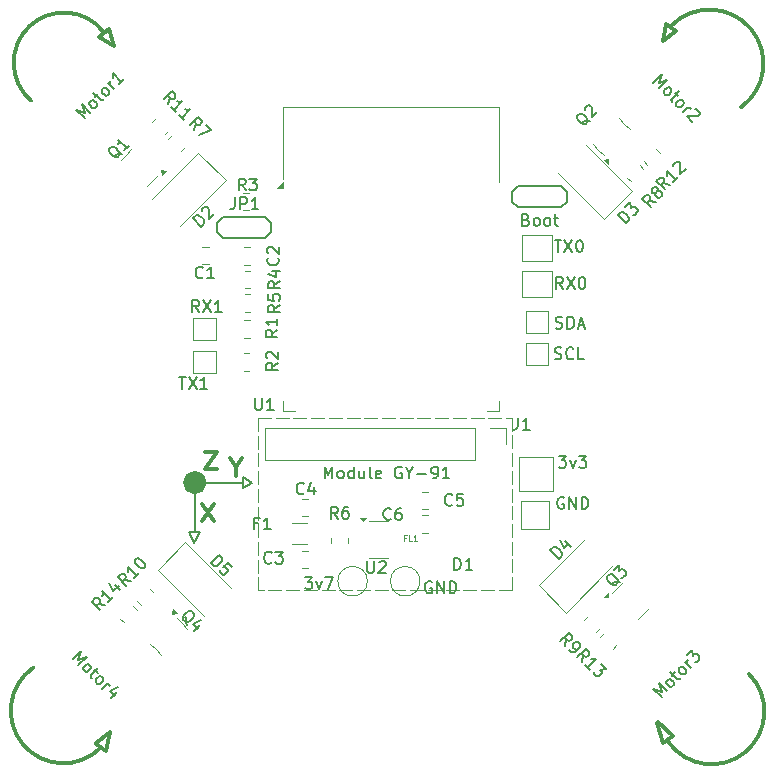
<source format=gbr>
%TF.GenerationSoftware,KiCad,Pcbnew,9.0.0-9.0.0-2~ubuntu22.04.1*%
%TF.CreationDate,2025-03-12T10:46:36+01:00*%
%TF.ProjectId,nano_drone,6e616e6f-5f64-4726-9f6e-652e6b696361,rev?*%
%TF.SameCoordinates,Original*%
%TF.FileFunction,Legend,Top*%
%TF.FilePolarity,Positive*%
%FSLAX46Y46*%
G04 Gerber Fmt 4.6, Leading zero omitted, Abs format (unit mm)*
G04 Created by KiCad (PCBNEW 9.0.0-9.0.0-2~ubuntu22.04.1) date 2025-03-12 10:46:36*
%MOMM*%
%LPD*%
G01*
G04 APERTURE LIST*
%ADD10C,0.200000*%
%ADD11C,0.300000*%
%ADD12C,0.990000*%
%ADD13C,0.100000*%
%ADD14C,0.150000*%
%ADD15C,0.118517*%
%ADD16C,0.120000*%
G04 APERTURE END LIST*
D10*
X132194360Y-112706071D02*
X132624360Y-113626071D01*
X132654360Y-108531071D02*
X132654360Y-112601071D01*
X132634360Y-112706071D02*
X133154360Y-112696071D01*
X137484360Y-108496071D02*
X136754360Y-108026071D01*
D11*
X125434360Y-70121071D02*
X124584360Y-70771071D01*
D10*
X132624360Y-113626071D02*
X133154360Y-112696071D01*
X136754360Y-108966071D02*
X137484360Y-108496071D01*
D11*
X173159364Y-129908566D02*
X171859356Y-128783575D01*
X118816487Y-76166575D02*
G75*
G02*
X124959361Y-70346070I2778963J3218925D01*
G01*
X125446860Y-129658571D02*
X124271860Y-130583571D01*
X172359360Y-71071071D02*
X173434356Y-70246065D01*
X124290610Y-130589821D02*
X125128110Y-131202321D01*
X172284360Y-130571071D02*
X173134360Y-129921071D01*
X179593801Y-124699785D02*
G75*
G02*
X172750510Y-130432070I-3170901J-3165485D01*
G01*
X125128110Y-131202321D02*
X125474985Y-129649196D01*
D12*
X133179360Y-108496071D02*
G75*
G02*
X132189360Y-108496071I-495000J0D01*
G01*
X132189360Y-108496071D02*
G75*
G02*
X133179360Y-108496071I495000J0D01*
G01*
D11*
X173396860Y-70233571D02*
X172571860Y-69708571D01*
D10*
X136754360Y-108506071D02*
X136754360Y-108966071D01*
X132634360Y-112706071D02*
X132194360Y-112706071D01*
X133104360Y-108496071D02*
X136754360Y-108506071D01*
D11*
X124730899Y-130916692D02*
G75*
G02*
X118999538Y-124159458I-3185099J3107692D01*
G01*
X173037786Y-69784490D02*
G75*
G02*
X178909416Y-76721149I3224214J-3224210D01*
G01*
X125809360Y-71546071D02*
X125434360Y-70121071D01*
X171834360Y-128808571D02*
X172284360Y-130583571D01*
X172584360Y-69721071D02*
X172359360Y-71071071D01*
D10*
X136754360Y-108026071D02*
X136754360Y-108506071D01*
D11*
X124584360Y-70796071D02*
X125809360Y-71546071D01*
D13*
X138024360Y-103006071D02*
X139124360Y-103006071D01*
X139524360Y-103006071D02*
X140624360Y-103006071D01*
X141024360Y-103006071D02*
X142124360Y-103006071D01*
X142524360Y-103006071D02*
X143624360Y-103006071D01*
X144024360Y-103006071D02*
X145124360Y-103006071D01*
X145524360Y-103006071D02*
X146624360Y-103006071D01*
X147024360Y-103006071D02*
X148124360Y-103006071D01*
X148524360Y-103006071D02*
X149624360Y-103006071D01*
X150024360Y-103006071D02*
X151124360Y-103006071D01*
X151524360Y-103006071D02*
X152624360Y-103006071D01*
X153024360Y-103006071D02*
X154124360Y-103006071D01*
X154524360Y-103006071D02*
X155624360Y-103006071D01*
X156024360Y-103006071D02*
X157124360Y-103006071D01*
X157524360Y-103006071D02*
X158624360Y-103006071D01*
X159024360Y-103006071D02*
X159514360Y-103006071D01*
X159514360Y-103006071D02*
X159514360Y-104106071D01*
X159514360Y-104506071D02*
X159514360Y-105606071D01*
X159514360Y-106006071D02*
X159514360Y-107106071D01*
X159514360Y-107506071D02*
X159514360Y-108606071D01*
X159514360Y-109006071D02*
X159514360Y-110106071D01*
X159514360Y-110506071D02*
X159514360Y-111606071D01*
X159514360Y-112006071D02*
X159514360Y-113106071D01*
X159514360Y-113506071D02*
X159514360Y-114606071D01*
X159514360Y-115006071D02*
X159514360Y-116106071D01*
X159514360Y-116506071D02*
X159514360Y-117606071D01*
X159514360Y-117626071D02*
X158414360Y-117626071D01*
X158014360Y-117626071D02*
X156914360Y-117626071D01*
X156514360Y-117626071D02*
X155414360Y-117626071D01*
X155014360Y-117626071D02*
X153914360Y-117626071D01*
X153514360Y-117626071D02*
X152414360Y-117626071D01*
X152014360Y-117626071D02*
X150914360Y-117626071D01*
X150514360Y-117626071D02*
X149414360Y-117626071D01*
X149014360Y-117626071D02*
X147914360Y-117626071D01*
X147514360Y-117626071D02*
X146414360Y-117626071D01*
X146014360Y-117626071D02*
X144914360Y-117626071D01*
X144514360Y-117626071D02*
X143414360Y-117626071D01*
X143014360Y-117626071D02*
X141914360Y-117626071D01*
X141514360Y-117626071D02*
X140414360Y-117626071D01*
X140014360Y-117626071D02*
X138914360Y-117626071D01*
X138514360Y-117626071D02*
X138024360Y-117626071D01*
X138024360Y-117626071D02*
X138024360Y-116526071D01*
X138024360Y-116126071D02*
X138024360Y-115026071D01*
X138024360Y-114626071D02*
X138024360Y-113526071D01*
X138024360Y-113126071D02*
X138024360Y-112026071D01*
X138024360Y-111626071D02*
X138024360Y-110526071D01*
X138024360Y-110126071D02*
X138024360Y-109026071D01*
X138024360Y-108626071D02*
X138024360Y-107526071D01*
X138024360Y-107126071D02*
X138024360Y-106026071D01*
X138024360Y-105626071D02*
X138024360Y-104526071D01*
X138024360Y-104126071D02*
X138024360Y-103026071D01*
D14*
X143661139Y-108145890D02*
X143661139Y-107145890D01*
X143661139Y-107145890D02*
X143994472Y-107860175D01*
X143994472Y-107860175D02*
X144327805Y-107145890D01*
X144327805Y-107145890D02*
X144327805Y-108145890D01*
X144946853Y-108145890D02*
X144851615Y-108098271D01*
X144851615Y-108098271D02*
X144803996Y-108050651D01*
X144803996Y-108050651D02*
X144756377Y-107955413D01*
X144756377Y-107955413D02*
X144756377Y-107669699D01*
X144756377Y-107669699D02*
X144803996Y-107574461D01*
X144803996Y-107574461D02*
X144851615Y-107526842D01*
X144851615Y-107526842D02*
X144946853Y-107479223D01*
X144946853Y-107479223D02*
X145089710Y-107479223D01*
X145089710Y-107479223D02*
X145184948Y-107526842D01*
X145184948Y-107526842D02*
X145232567Y-107574461D01*
X145232567Y-107574461D02*
X145280186Y-107669699D01*
X145280186Y-107669699D02*
X145280186Y-107955413D01*
X145280186Y-107955413D02*
X145232567Y-108050651D01*
X145232567Y-108050651D02*
X145184948Y-108098271D01*
X145184948Y-108098271D02*
X145089710Y-108145890D01*
X145089710Y-108145890D02*
X144946853Y-108145890D01*
X146137329Y-108145890D02*
X146137329Y-107145890D01*
X146137329Y-108098271D02*
X146042091Y-108145890D01*
X146042091Y-108145890D02*
X145851615Y-108145890D01*
X145851615Y-108145890D02*
X145756377Y-108098271D01*
X145756377Y-108098271D02*
X145708758Y-108050651D01*
X145708758Y-108050651D02*
X145661139Y-107955413D01*
X145661139Y-107955413D02*
X145661139Y-107669699D01*
X145661139Y-107669699D02*
X145708758Y-107574461D01*
X145708758Y-107574461D02*
X145756377Y-107526842D01*
X145756377Y-107526842D02*
X145851615Y-107479223D01*
X145851615Y-107479223D02*
X146042091Y-107479223D01*
X146042091Y-107479223D02*
X146137329Y-107526842D01*
X147042091Y-107479223D02*
X147042091Y-108145890D01*
X146613520Y-107479223D02*
X146613520Y-108003032D01*
X146613520Y-108003032D02*
X146661139Y-108098271D01*
X146661139Y-108098271D02*
X146756377Y-108145890D01*
X146756377Y-108145890D02*
X146899234Y-108145890D01*
X146899234Y-108145890D02*
X146994472Y-108098271D01*
X146994472Y-108098271D02*
X147042091Y-108050651D01*
X147661139Y-108145890D02*
X147565901Y-108098271D01*
X147565901Y-108098271D02*
X147518282Y-108003032D01*
X147518282Y-108003032D02*
X147518282Y-107145890D01*
X148423044Y-108098271D02*
X148327806Y-108145890D01*
X148327806Y-108145890D02*
X148137330Y-108145890D01*
X148137330Y-108145890D02*
X148042092Y-108098271D01*
X148042092Y-108098271D02*
X147994473Y-108003032D01*
X147994473Y-108003032D02*
X147994473Y-107622080D01*
X147994473Y-107622080D02*
X148042092Y-107526842D01*
X148042092Y-107526842D02*
X148137330Y-107479223D01*
X148137330Y-107479223D02*
X148327806Y-107479223D01*
X148327806Y-107479223D02*
X148423044Y-107526842D01*
X148423044Y-107526842D02*
X148470663Y-107622080D01*
X148470663Y-107622080D02*
X148470663Y-107717318D01*
X148470663Y-107717318D02*
X147994473Y-107812556D01*
X150184949Y-107193509D02*
X150089711Y-107145890D01*
X150089711Y-107145890D02*
X149946854Y-107145890D01*
X149946854Y-107145890D02*
X149803997Y-107193509D01*
X149803997Y-107193509D02*
X149708759Y-107288747D01*
X149708759Y-107288747D02*
X149661140Y-107383985D01*
X149661140Y-107383985D02*
X149613521Y-107574461D01*
X149613521Y-107574461D02*
X149613521Y-107717318D01*
X149613521Y-107717318D02*
X149661140Y-107907794D01*
X149661140Y-107907794D02*
X149708759Y-108003032D01*
X149708759Y-108003032D02*
X149803997Y-108098271D01*
X149803997Y-108098271D02*
X149946854Y-108145890D01*
X149946854Y-108145890D02*
X150042092Y-108145890D01*
X150042092Y-108145890D02*
X150184949Y-108098271D01*
X150184949Y-108098271D02*
X150232568Y-108050651D01*
X150232568Y-108050651D02*
X150232568Y-107717318D01*
X150232568Y-107717318D02*
X150042092Y-107717318D01*
X150851616Y-107669699D02*
X150851616Y-108145890D01*
X150518283Y-107145890D02*
X150851616Y-107669699D01*
X150851616Y-107669699D02*
X151184949Y-107145890D01*
X151518283Y-107764937D02*
X152280188Y-107764937D01*
X152803997Y-108145890D02*
X152994473Y-108145890D01*
X152994473Y-108145890D02*
X153089711Y-108098271D01*
X153089711Y-108098271D02*
X153137330Y-108050651D01*
X153137330Y-108050651D02*
X153232568Y-107907794D01*
X153232568Y-107907794D02*
X153280187Y-107717318D01*
X153280187Y-107717318D02*
X153280187Y-107336366D01*
X153280187Y-107336366D02*
X153232568Y-107241128D01*
X153232568Y-107241128D02*
X153184949Y-107193509D01*
X153184949Y-107193509D02*
X153089711Y-107145890D01*
X153089711Y-107145890D02*
X152899235Y-107145890D01*
X152899235Y-107145890D02*
X152803997Y-107193509D01*
X152803997Y-107193509D02*
X152756378Y-107241128D01*
X152756378Y-107241128D02*
X152708759Y-107336366D01*
X152708759Y-107336366D02*
X152708759Y-107574461D01*
X152708759Y-107574461D02*
X152756378Y-107669699D01*
X152756378Y-107669699D02*
X152803997Y-107717318D01*
X152803997Y-107717318D02*
X152899235Y-107764937D01*
X152899235Y-107764937D02*
X153089711Y-107764937D01*
X153089711Y-107764937D02*
X153184949Y-107717318D01*
X153184949Y-107717318D02*
X153232568Y-107669699D01*
X153232568Y-107669699D02*
X153280187Y-107574461D01*
X154232568Y-108145890D02*
X153661140Y-108145890D01*
X153946854Y-108145890D02*
X153946854Y-107145890D01*
X153946854Y-107145890D02*
X153851616Y-107288747D01*
X153851616Y-107288747D02*
X153756378Y-107383985D01*
X153756378Y-107383985D02*
X153661140Y-107431604D01*
D11*
X133536013Y-105866899D02*
X134536013Y-105866899D01*
X134536013Y-105866899D02*
X133536013Y-107366899D01*
X133536013Y-107366899D02*
X134536013Y-107366899D01*
X136164134Y-107182613D02*
X136164134Y-107896899D01*
X136664134Y-106396899D02*
X136164134Y-107182613D01*
X136164134Y-107182613D02*
X135664134Y-106396899D01*
X134262706Y-110266899D02*
X133262706Y-111766899D01*
X133262706Y-110266899D02*
X134262706Y-111766899D01*
D14*
X168705965Y-116877363D02*
X168604950Y-116911035D01*
X168604950Y-116911035D02*
X168470263Y-116911035D01*
X168470263Y-116911035D02*
X168268232Y-116911035D01*
X168268232Y-116911035D02*
X168167217Y-116944707D01*
X168167217Y-116944707D02*
X168099874Y-117012050D01*
X168301904Y-117146737D02*
X168200889Y-117180409D01*
X168200889Y-117180409D02*
X168066202Y-117180409D01*
X168066202Y-117180409D02*
X167897843Y-117079394D01*
X167897843Y-117079394D02*
X167662141Y-116843691D01*
X167662141Y-116843691D02*
X167561126Y-116675333D01*
X167561126Y-116675333D02*
X167561126Y-116540646D01*
X167561126Y-116540646D02*
X167594797Y-116439630D01*
X167594797Y-116439630D02*
X167729484Y-116304943D01*
X167729484Y-116304943D02*
X167830500Y-116271272D01*
X167830500Y-116271272D02*
X167965187Y-116271272D01*
X167965187Y-116271272D02*
X168133545Y-116372287D01*
X168133545Y-116372287D02*
X168369248Y-116607989D01*
X168369248Y-116607989D02*
X168470263Y-116776348D01*
X168470263Y-116776348D02*
X168470263Y-116911035D01*
X168470263Y-116911035D02*
X168436591Y-117012050D01*
X168436591Y-117012050D02*
X168301904Y-117146737D01*
X168133545Y-115900882D02*
X168571278Y-115463150D01*
X168571278Y-115463150D02*
X168604950Y-115968226D01*
X168604950Y-115968226D02*
X168705965Y-115867211D01*
X168705965Y-115867211D02*
X168806980Y-115833539D01*
X168806980Y-115833539D02*
X168874324Y-115833539D01*
X168874324Y-115833539D02*
X168975339Y-115867211D01*
X168975339Y-115867211D02*
X169143698Y-116035569D01*
X169143698Y-116035569D02*
X169177370Y-116136585D01*
X169177370Y-116136585D02*
X169177370Y-116203928D01*
X169177370Y-116203928D02*
X169143698Y-116304943D01*
X169143698Y-116304943D02*
X168941667Y-116506974D01*
X168941667Y-116506974D02*
X168840652Y-116540646D01*
X168840652Y-116540646D02*
X168773309Y-116540646D01*
X133237606Y-86821569D02*
X132530500Y-86114462D01*
X132530500Y-86114462D02*
X132698858Y-85946103D01*
X132698858Y-85946103D02*
X132833545Y-85878760D01*
X132833545Y-85878760D02*
X132968232Y-85878760D01*
X132968232Y-85878760D02*
X133069248Y-85912432D01*
X133069248Y-85912432D02*
X133237606Y-86013447D01*
X133237606Y-86013447D02*
X133338622Y-86114462D01*
X133338622Y-86114462D02*
X133439637Y-86282821D01*
X133439637Y-86282821D02*
X133473309Y-86383836D01*
X133473309Y-86383836D02*
X133473309Y-86518523D01*
X133473309Y-86518523D02*
X133405965Y-86653210D01*
X133405965Y-86653210D02*
X133237606Y-86821569D01*
X133271278Y-85508371D02*
X133271278Y-85441027D01*
X133271278Y-85441027D02*
X133304950Y-85340012D01*
X133304950Y-85340012D02*
X133473309Y-85171653D01*
X133473309Y-85171653D02*
X133574324Y-85137981D01*
X133574324Y-85137981D02*
X133641667Y-85137981D01*
X133641667Y-85137981D02*
X133742683Y-85171653D01*
X133742683Y-85171653D02*
X133810026Y-85238997D01*
X133810026Y-85238997D02*
X133877370Y-85373684D01*
X133877370Y-85373684D02*
X133877370Y-86181806D01*
X133877370Y-86181806D02*
X134315102Y-85744073D01*
X139714179Y-98362737D02*
X139237988Y-98696070D01*
X139714179Y-98934165D02*
X138714179Y-98934165D01*
X138714179Y-98934165D02*
X138714179Y-98553213D01*
X138714179Y-98553213D02*
X138761798Y-98457975D01*
X138761798Y-98457975D02*
X138809417Y-98410356D01*
X138809417Y-98410356D02*
X138904655Y-98362737D01*
X138904655Y-98362737D02*
X139047512Y-98362737D01*
X139047512Y-98362737D02*
X139142750Y-98410356D01*
X139142750Y-98410356D02*
X139190369Y-98457975D01*
X139190369Y-98457975D02*
X139237988Y-98553213D01*
X139237988Y-98553213D02*
X139237988Y-98934165D01*
X138809417Y-97981784D02*
X138761798Y-97934165D01*
X138761798Y-97934165D02*
X138714179Y-97838927D01*
X138714179Y-97838927D02*
X138714179Y-97600832D01*
X138714179Y-97600832D02*
X138761798Y-97505594D01*
X138761798Y-97505594D02*
X138809417Y-97457975D01*
X138809417Y-97457975D02*
X138904655Y-97410356D01*
X138904655Y-97410356D02*
X138999893Y-97410356D01*
X138999893Y-97410356D02*
X139142750Y-97457975D01*
X139142750Y-97457975D02*
X139714179Y-98029403D01*
X139714179Y-98029403D02*
X139714179Y-97410356D01*
X134040842Y-115315764D02*
X134747949Y-114608658D01*
X134747949Y-114608658D02*
X134916308Y-114777016D01*
X134916308Y-114777016D02*
X134983651Y-114911703D01*
X134983651Y-114911703D02*
X134983651Y-115046390D01*
X134983651Y-115046390D02*
X134949979Y-115147406D01*
X134949979Y-115147406D02*
X134848964Y-115315764D01*
X134848964Y-115315764D02*
X134747949Y-115416780D01*
X134747949Y-115416780D02*
X134579590Y-115517795D01*
X134579590Y-115517795D02*
X134478575Y-115551467D01*
X134478575Y-115551467D02*
X134343888Y-115551467D01*
X134343888Y-115551467D02*
X134209201Y-115484123D01*
X134209201Y-115484123D02*
X134040842Y-115315764D01*
X135791773Y-115652482D02*
X135455056Y-115315764D01*
X135455056Y-115315764D02*
X135084666Y-115618810D01*
X135084666Y-115618810D02*
X135152010Y-115618810D01*
X135152010Y-115618810D02*
X135253025Y-115652482D01*
X135253025Y-115652482D02*
X135421384Y-115820841D01*
X135421384Y-115820841D02*
X135455056Y-115921856D01*
X135455056Y-115921856D02*
X135455056Y-115989199D01*
X135455056Y-115989199D02*
X135421384Y-116090215D01*
X135421384Y-116090215D02*
X135253025Y-116258573D01*
X135253025Y-116258573D02*
X135152010Y-116292245D01*
X135152010Y-116292245D02*
X135084666Y-116292245D01*
X135084666Y-116292245D02*
X134983651Y-116258573D01*
X134983651Y-116258573D02*
X134815292Y-116090215D01*
X134815292Y-116090215D02*
X134781621Y-115989199D01*
X134781621Y-115989199D02*
X134781621Y-115921856D01*
X163147562Y-98003593D02*
X163290419Y-98051212D01*
X163290419Y-98051212D02*
X163528514Y-98051212D01*
X163528514Y-98051212D02*
X163623752Y-98003593D01*
X163623752Y-98003593D02*
X163671371Y-97955973D01*
X163671371Y-97955973D02*
X163718990Y-97860735D01*
X163718990Y-97860735D02*
X163718990Y-97765497D01*
X163718990Y-97765497D02*
X163671371Y-97670259D01*
X163671371Y-97670259D02*
X163623752Y-97622640D01*
X163623752Y-97622640D02*
X163528514Y-97575021D01*
X163528514Y-97575021D02*
X163338038Y-97527402D01*
X163338038Y-97527402D02*
X163242800Y-97479783D01*
X163242800Y-97479783D02*
X163195181Y-97432164D01*
X163195181Y-97432164D02*
X163147562Y-97336926D01*
X163147562Y-97336926D02*
X163147562Y-97241688D01*
X163147562Y-97241688D02*
X163195181Y-97146450D01*
X163195181Y-97146450D02*
X163242800Y-97098831D01*
X163242800Y-97098831D02*
X163338038Y-97051212D01*
X163338038Y-97051212D02*
X163576133Y-97051212D01*
X163576133Y-97051212D02*
X163718990Y-97098831D01*
X164718990Y-97955973D02*
X164671371Y-98003593D01*
X164671371Y-98003593D02*
X164528514Y-98051212D01*
X164528514Y-98051212D02*
X164433276Y-98051212D01*
X164433276Y-98051212D02*
X164290419Y-98003593D01*
X164290419Y-98003593D02*
X164195181Y-97908354D01*
X164195181Y-97908354D02*
X164147562Y-97813116D01*
X164147562Y-97813116D02*
X164099943Y-97622640D01*
X164099943Y-97622640D02*
X164099943Y-97479783D01*
X164099943Y-97479783D02*
X164147562Y-97289307D01*
X164147562Y-97289307D02*
X164195181Y-97194069D01*
X164195181Y-97194069D02*
X164290419Y-97098831D01*
X164290419Y-97098831D02*
X164433276Y-97051212D01*
X164433276Y-97051212D02*
X164528514Y-97051212D01*
X164528514Y-97051212D02*
X164671371Y-97098831D01*
X164671371Y-97098831D02*
X164718990Y-97146450D01*
X165623752Y-98051212D02*
X165147562Y-98051212D01*
X165147562Y-98051212D02*
X165147562Y-97051212D01*
X163913095Y-109777438D02*
X163817857Y-109729819D01*
X163817857Y-109729819D02*
X163675000Y-109729819D01*
X163675000Y-109729819D02*
X163532143Y-109777438D01*
X163532143Y-109777438D02*
X163436905Y-109872676D01*
X163436905Y-109872676D02*
X163389286Y-109967914D01*
X163389286Y-109967914D02*
X163341667Y-110158390D01*
X163341667Y-110158390D02*
X163341667Y-110301247D01*
X163341667Y-110301247D02*
X163389286Y-110491723D01*
X163389286Y-110491723D02*
X163436905Y-110586961D01*
X163436905Y-110586961D02*
X163532143Y-110682200D01*
X163532143Y-110682200D02*
X163675000Y-110729819D01*
X163675000Y-110729819D02*
X163770238Y-110729819D01*
X163770238Y-110729819D02*
X163913095Y-110682200D01*
X163913095Y-110682200D02*
X163960714Y-110634580D01*
X163960714Y-110634580D02*
X163960714Y-110301247D01*
X163960714Y-110301247D02*
X163770238Y-110301247D01*
X164389286Y-110729819D02*
X164389286Y-109729819D01*
X164389286Y-109729819D02*
X164960714Y-110729819D01*
X164960714Y-110729819D02*
X164960714Y-109729819D01*
X165436905Y-110729819D02*
X165436905Y-109729819D01*
X165436905Y-109729819D02*
X165675000Y-109729819D01*
X165675000Y-109729819D02*
X165817857Y-109777438D01*
X165817857Y-109777438D02*
X165913095Y-109872676D01*
X165913095Y-109872676D02*
X165960714Y-109967914D01*
X165960714Y-109967914D02*
X166008333Y-110158390D01*
X166008333Y-110158390D02*
X166008333Y-110301247D01*
X166008333Y-110301247D02*
X165960714Y-110491723D01*
X165960714Y-110491723D02*
X165913095Y-110586961D01*
X165913095Y-110586961D02*
X165817857Y-110682200D01*
X165817857Y-110682200D02*
X165675000Y-110729819D01*
X165675000Y-110729819D02*
X165436905Y-110729819D01*
X137776133Y-101351212D02*
X137776133Y-102160735D01*
X137776133Y-102160735D02*
X137823752Y-102255973D01*
X137823752Y-102255973D02*
X137871371Y-102303593D01*
X137871371Y-102303593D02*
X137966609Y-102351212D01*
X137966609Y-102351212D02*
X138157085Y-102351212D01*
X138157085Y-102351212D02*
X138252323Y-102303593D01*
X138252323Y-102303593D02*
X138299942Y-102255973D01*
X138299942Y-102255973D02*
X138347561Y-102160735D01*
X138347561Y-102160735D02*
X138347561Y-101351212D01*
X139347561Y-102351212D02*
X138776133Y-102351212D01*
X139061847Y-102351212D02*
X139061847Y-101351212D01*
X139061847Y-101351212D02*
X138966609Y-101494069D01*
X138966609Y-101494069D02*
X138871371Y-101589307D01*
X138871371Y-101589307D02*
X138776133Y-101636926D01*
X172876396Y-83272245D02*
X172303977Y-83171230D01*
X172472335Y-83676306D02*
X171765229Y-82969199D01*
X171765229Y-82969199D02*
X172034603Y-82699825D01*
X172034603Y-82699825D02*
X172135618Y-82666153D01*
X172135618Y-82666153D02*
X172202961Y-82666153D01*
X172202961Y-82666153D02*
X172303977Y-82699825D01*
X172303977Y-82699825D02*
X172404992Y-82800840D01*
X172404992Y-82800840D02*
X172438664Y-82901856D01*
X172438664Y-82901856D02*
X172438664Y-82969199D01*
X172438664Y-82969199D02*
X172404992Y-83070214D01*
X172404992Y-83070214D02*
X172135618Y-83339588D01*
X173549831Y-82598810D02*
X173145770Y-83002871D01*
X173347801Y-82800840D02*
X172640694Y-82093734D01*
X172640694Y-82093734D02*
X172674366Y-82262092D01*
X172674366Y-82262092D02*
X172674366Y-82396779D01*
X172674366Y-82396779D02*
X172640694Y-82497795D01*
X173179442Y-81689672D02*
X173179442Y-81622329D01*
X173179442Y-81622329D02*
X173213114Y-81521314D01*
X173213114Y-81521314D02*
X173381473Y-81352955D01*
X173381473Y-81352955D02*
X173482488Y-81319283D01*
X173482488Y-81319283D02*
X173549832Y-81319283D01*
X173549832Y-81319283D02*
X173650847Y-81352955D01*
X173650847Y-81352955D02*
X173718190Y-81420298D01*
X173718190Y-81420298D02*
X173785534Y-81554985D01*
X173785534Y-81554985D02*
X173785534Y-82363107D01*
X173785534Y-82363107D02*
X174223267Y-81925375D01*
X139664179Y-95562737D02*
X139187988Y-95896070D01*
X139664179Y-96134165D02*
X138664179Y-96134165D01*
X138664179Y-96134165D02*
X138664179Y-95753213D01*
X138664179Y-95753213D02*
X138711798Y-95657975D01*
X138711798Y-95657975D02*
X138759417Y-95610356D01*
X138759417Y-95610356D02*
X138854655Y-95562737D01*
X138854655Y-95562737D02*
X138997512Y-95562737D01*
X138997512Y-95562737D02*
X139092750Y-95610356D01*
X139092750Y-95610356D02*
X139140369Y-95657975D01*
X139140369Y-95657975D02*
X139187988Y-95753213D01*
X139187988Y-95753213D02*
X139187988Y-96134165D01*
X139664179Y-94610356D02*
X139664179Y-95181784D01*
X139664179Y-94896070D02*
X138664179Y-94896070D01*
X138664179Y-94896070D02*
X138807036Y-94991308D01*
X138807036Y-94991308D02*
X138902274Y-95086546D01*
X138902274Y-95086546D02*
X138949893Y-95181784D01*
X160738990Y-86227402D02*
X160881847Y-86275021D01*
X160881847Y-86275021D02*
X160929466Y-86322640D01*
X160929466Y-86322640D02*
X160977085Y-86417878D01*
X160977085Y-86417878D02*
X160977085Y-86560735D01*
X160977085Y-86560735D02*
X160929466Y-86655973D01*
X160929466Y-86655973D02*
X160881847Y-86703593D01*
X160881847Y-86703593D02*
X160786609Y-86751212D01*
X160786609Y-86751212D02*
X160405657Y-86751212D01*
X160405657Y-86751212D02*
X160405657Y-85751212D01*
X160405657Y-85751212D02*
X160738990Y-85751212D01*
X160738990Y-85751212D02*
X160834228Y-85798831D01*
X160834228Y-85798831D02*
X160881847Y-85846450D01*
X160881847Y-85846450D02*
X160929466Y-85941688D01*
X160929466Y-85941688D02*
X160929466Y-86036926D01*
X160929466Y-86036926D02*
X160881847Y-86132164D01*
X160881847Y-86132164D02*
X160834228Y-86179783D01*
X160834228Y-86179783D02*
X160738990Y-86227402D01*
X160738990Y-86227402D02*
X160405657Y-86227402D01*
X161548514Y-86751212D02*
X161453276Y-86703593D01*
X161453276Y-86703593D02*
X161405657Y-86655973D01*
X161405657Y-86655973D02*
X161358038Y-86560735D01*
X161358038Y-86560735D02*
X161358038Y-86275021D01*
X161358038Y-86275021D02*
X161405657Y-86179783D01*
X161405657Y-86179783D02*
X161453276Y-86132164D01*
X161453276Y-86132164D02*
X161548514Y-86084545D01*
X161548514Y-86084545D02*
X161691371Y-86084545D01*
X161691371Y-86084545D02*
X161786609Y-86132164D01*
X161786609Y-86132164D02*
X161834228Y-86179783D01*
X161834228Y-86179783D02*
X161881847Y-86275021D01*
X161881847Y-86275021D02*
X161881847Y-86560735D01*
X161881847Y-86560735D02*
X161834228Y-86655973D01*
X161834228Y-86655973D02*
X161786609Y-86703593D01*
X161786609Y-86703593D02*
X161691371Y-86751212D01*
X161691371Y-86751212D02*
X161548514Y-86751212D01*
X162453276Y-86751212D02*
X162358038Y-86703593D01*
X162358038Y-86703593D02*
X162310419Y-86655973D01*
X162310419Y-86655973D02*
X162262800Y-86560735D01*
X162262800Y-86560735D02*
X162262800Y-86275021D01*
X162262800Y-86275021D02*
X162310419Y-86179783D01*
X162310419Y-86179783D02*
X162358038Y-86132164D01*
X162358038Y-86132164D02*
X162453276Y-86084545D01*
X162453276Y-86084545D02*
X162596133Y-86084545D01*
X162596133Y-86084545D02*
X162691371Y-86132164D01*
X162691371Y-86132164D02*
X162738990Y-86179783D01*
X162738990Y-86179783D02*
X162786609Y-86275021D01*
X162786609Y-86275021D02*
X162786609Y-86560735D01*
X162786609Y-86560735D02*
X162738990Y-86655973D01*
X162738990Y-86655973D02*
X162691371Y-86703593D01*
X162691371Y-86703593D02*
X162596133Y-86751212D01*
X162596133Y-86751212D02*
X162453276Y-86751212D01*
X163072324Y-86084545D02*
X163453276Y-86084545D01*
X163215181Y-85751212D02*
X163215181Y-86608354D01*
X163215181Y-86608354D02*
X163262800Y-86703593D01*
X163262800Y-86703593D02*
X163358038Y-86751212D01*
X163358038Y-86751212D02*
X163453276Y-86751212D01*
X133367693Y-91105651D02*
X133320074Y-91153271D01*
X133320074Y-91153271D02*
X133177217Y-91200890D01*
X133177217Y-91200890D02*
X133081979Y-91200890D01*
X133081979Y-91200890D02*
X132939122Y-91153271D01*
X132939122Y-91153271D02*
X132843884Y-91058032D01*
X132843884Y-91058032D02*
X132796265Y-90962794D01*
X132796265Y-90962794D02*
X132748646Y-90772318D01*
X132748646Y-90772318D02*
X132748646Y-90629461D01*
X132748646Y-90629461D02*
X132796265Y-90438985D01*
X132796265Y-90438985D02*
X132843884Y-90343747D01*
X132843884Y-90343747D02*
X132939122Y-90248509D01*
X132939122Y-90248509D02*
X133081979Y-90200890D01*
X133081979Y-90200890D02*
X133177217Y-90200890D01*
X133177217Y-90200890D02*
X133320074Y-90248509D01*
X133320074Y-90248509D02*
X133367693Y-90296128D01*
X134320074Y-91200890D02*
X133748646Y-91200890D01*
X134034360Y-91200890D02*
X134034360Y-90200890D01*
X134034360Y-90200890D02*
X133939122Y-90343747D01*
X133939122Y-90343747D02*
X133843884Y-90438985D01*
X133843884Y-90438985D02*
X133748646Y-90486604D01*
X139892857Y-91463059D02*
X139416666Y-91796392D01*
X139892857Y-92034487D02*
X138892857Y-92034487D01*
X138892857Y-92034487D02*
X138892857Y-91653535D01*
X138892857Y-91653535D02*
X138940476Y-91558297D01*
X138940476Y-91558297D02*
X138988095Y-91510678D01*
X138988095Y-91510678D02*
X139083333Y-91463059D01*
X139083333Y-91463059D02*
X139226190Y-91463059D01*
X139226190Y-91463059D02*
X139321428Y-91510678D01*
X139321428Y-91510678D02*
X139369047Y-91558297D01*
X139369047Y-91558297D02*
X139416666Y-91653535D01*
X139416666Y-91653535D02*
X139416666Y-92034487D01*
X139226190Y-90605916D02*
X139892857Y-90605916D01*
X138845238Y-90844011D02*
X139559523Y-91082106D01*
X139559523Y-91082106D02*
X139559523Y-90463059D01*
X127251396Y-116822245D02*
X126678977Y-116721230D01*
X126847335Y-117226306D02*
X126140229Y-116519199D01*
X126140229Y-116519199D02*
X126409603Y-116249825D01*
X126409603Y-116249825D02*
X126510618Y-116216153D01*
X126510618Y-116216153D02*
X126577961Y-116216153D01*
X126577961Y-116216153D02*
X126678977Y-116249825D01*
X126678977Y-116249825D02*
X126779992Y-116350840D01*
X126779992Y-116350840D02*
X126813664Y-116451856D01*
X126813664Y-116451856D02*
X126813664Y-116519199D01*
X126813664Y-116519199D02*
X126779992Y-116620214D01*
X126779992Y-116620214D02*
X126510618Y-116889588D01*
X127924831Y-116148810D02*
X127520770Y-116552871D01*
X127722801Y-116350840D02*
X127015694Y-115643734D01*
X127015694Y-115643734D02*
X127049366Y-115812092D01*
X127049366Y-115812092D02*
X127049366Y-115946779D01*
X127049366Y-115946779D02*
X127015694Y-116047795D01*
X127655458Y-115003970D02*
X127722801Y-114936627D01*
X127722801Y-114936627D02*
X127823816Y-114902955D01*
X127823816Y-114902955D02*
X127891160Y-114902955D01*
X127891160Y-114902955D02*
X127992175Y-114936627D01*
X127992175Y-114936627D02*
X128160534Y-115037642D01*
X128160534Y-115037642D02*
X128328893Y-115206001D01*
X128328893Y-115206001D02*
X128429908Y-115374359D01*
X128429908Y-115374359D02*
X128463580Y-115475375D01*
X128463580Y-115475375D02*
X128463580Y-115542718D01*
X128463580Y-115542718D02*
X128429908Y-115643733D01*
X128429908Y-115643733D02*
X128362564Y-115711077D01*
X128362564Y-115711077D02*
X128261549Y-115744749D01*
X128261549Y-115744749D02*
X128194206Y-115744749D01*
X128194206Y-115744749D02*
X128093190Y-115711077D01*
X128093190Y-115711077D02*
X127924832Y-115610062D01*
X127924832Y-115610062D02*
X127756473Y-115441703D01*
X127756473Y-115441703D02*
X127655458Y-115273344D01*
X127655458Y-115273344D02*
X127621786Y-115172329D01*
X127621786Y-115172329D02*
X127621786Y-115104985D01*
X127621786Y-115104985D02*
X127655458Y-115003970D01*
X139171371Y-115255973D02*
X139123752Y-115303593D01*
X139123752Y-115303593D02*
X138980895Y-115351212D01*
X138980895Y-115351212D02*
X138885657Y-115351212D01*
X138885657Y-115351212D02*
X138742800Y-115303593D01*
X138742800Y-115303593D02*
X138647562Y-115208354D01*
X138647562Y-115208354D02*
X138599943Y-115113116D01*
X138599943Y-115113116D02*
X138552324Y-114922640D01*
X138552324Y-114922640D02*
X138552324Y-114779783D01*
X138552324Y-114779783D02*
X138599943Y-114589307D01*
X138599943Y-114589307D02*
X138647562Y-114494069D01*
X138647562Y-114494069D02*
X138742800Y-114398831D01*
X138742800Y-114398831D02*
X138885657Y-114351212D01*
X138885657Y-114351212D02*
X138980895Y-114351212D01*
X138980895Y-114351212D02*
X139123752Y-114398831D01*
X139123752Y-114398831D02*
X139171371Y-114446450D01*
X139504705Y-114351212D02*
X140123752Y-114351212D01*
X140123752Y-114351212D02*
X139790419Y-114732164D01*
X139790419Y-114732164D02*
X139933276Y-114732164D01*
X139933276Y-114732164D02*
X140028514Y-114779783D01*
X140028514Y-114779783D02*
X140076133Y-114827402D01*
X140076133Y-114827402D02*
X140123752Y-114922640D01*
X140123752Y-114922640D02*
X140123752Y-115160735D01*
X140123752Y-115160735D02*
X140076133Y-115255973D01*
X140076133Y-115255973D02*
X140028514Y-115303593D01*
X140028514Y-115303593D02*
X139933276Y-115351212D01*
X139933276Y-115351212D02*
X139647562Y-115351212D01*
X139647562Y-115351212D02*
X139552324Y-115303593D01*
X139552324Y-115303593D02*
X139504705Y-115255973D01*
X125081161Y-118877010D02*
X124508742Y-118775995D01*
X124677100Y-119281071D02*
X123969994Y-118573964D01*
X123969994Y-118573964D02*
X124239368Y-118304590D01*
X124239368Y-118304590D02*
X124340383Y-118270918D01*
X124340383Y-118270918D02*
X124407726Y-118270918D01*
X124407726Y-118270918D02*
X124508742Y-118304590D01*
X124508742Y-118304590D02*
X124609757Y-118405605D01*
X124609757Y-118405605D02*
X124643429Y-118506621D01*
X124643429Y-118506621D02*
X124643429Y-118573964D01*
X124643429Y-118573964D02*
X124609757Y-118674979D01*
X124609757Y-118674979D02*
X124340383Y-118944353D01*
X125754596Y-118203575D02*
X125350535Y-118607636D01*
X125552566Y-118405605D02*
X124845459Y-117698499D01*
X124845459Y-117698499D02*
X124879131Y-117866857D01*
X124879131Y-117866857D02*
X124879131Y-118001544D01*
X124879131Y-118001544D02*
X124845459Y-118102560D01*
X125889284Y-117126079D02*
X126360688Y-117597483D01*
X125451551Y-117025063D02*
X125788268Y-117698498D01*
X125788268Y-117698498D02*
X126226001Y-117260766D01*
X141921371Y-109405973D02*
X141873752Y-109453593D01*
X141873752Y-109453593D02*
X141730895Y-109501212D01*
X141730895Y-109501212D02*
X141635657Y-109501212D01*
X141635657Y-109501212D02*
X141492800Y-109453593D01*
X141492800Y-109453593D02*
X141397562Y-109358354D01*
X141397562Y-109358354D02*
X141349943Y-109263116D01*
X141349943Y-109263116D02*
X141302324Y-109072640D01*
X141302324Y-109072640D02*
X141302324Y-108929783D01*
X141302324Y-108929783D02*
X141349943Y-108739307D01*
X141349943Y-108739307D02*
X141397562Y-108644069D01*
X141397562Y-108644069D02*
X141492800Y-108548831D01*
X141492800Y-108548831D02*
X141635657Y-108501212D01*
X141635657Y-108501212D02*
X141730895Y-108501212D01*
X141730895Y-108501212D02*
X141873752Y-108548831D01*
X141873752Y-108548831D02*
X141921371Y-108596450D01*
X142778514Y-108834545D02*
X142778514Y-109501212D01*
X142540419Y-108453593D02*
X142302324Y-109167878D01*
X142302324Y-109167878D02*
X142921371Y-109167878D01*
X164019904Y-122324825D02*
X164120919Y-121752406D01*
X163615843Y-121920764D02*
X164322950Y-121213658D01*
X164322950Y-121213658D02*
X164592324Y-121483032D01*
X164592324Y-121483032D02*
X164625996Y-121584047D01*
X164625996Y-121584047D02*
X164625996Y-121651390D01*
X164625996Y-121651390D02*
X164592324Y-121752406D01*
X164592324Y-121752406D02*
X164491309Y-121853421D01*
X164491309Y-121853421D02*
X164390293Y-121887093D01*
X164390293Y-121887093D02*
X164322950Y-121887093D01*
X164322950Y-121887093D02*
X164221935Y-121853421D01*
X164221935Y-121853421D02*
X163952561Y-121584047D01*
X164356622Y-122661543D02*
X164491309Y-122796230D01*
X164491309Y-122796230D02*
X164592324Y-122829902D01*
X164592324Y-122829902D02*
X164659667Y-122829902D01*
X164659667Y-122829902D02*
X164828026Y-122796230D01*
X164828026Y-122796230D02*
X164996385Y-122695215D01*
X164996385Y-122695215D02*
X165265759Y-122425841D01*
X165265759Y-122425841D02*
X165299431Y-122324825D01*
X165299431Y-122324825D02*
X165299431Y-122257482D01*
X165299431Y-122257482D02*
X165265759Y-122156467D01*
X165265759Y-122156467D02*
X165131072Y-122021780D01*
X165131072Y-122021780D02*
X165030057Y-121988108D01*
X165030057Y-121988108D02*
X164962713Y-121988108D01*
X164962713Y-121988108D02*
X164861698Y-122021780D01*
X164861698Y-122021780D02*
X164693339Y-122190138D01*
X164693339Y-122190138D02*
X164659667Y-122291154D01*
X164659667Y-122291154D02*
X164659667Y-122358497D01*
X164659667Y-122358497D02*
X164693339Y-122459512D01*
X164693339Y-122459512D02*
X164828026Y-122594199D01*
X164828026Y-122594199D02*
X164929041Y-122627871D01*
X164929041Y-122627871D02*
X164996385Y-122627871D01*
X164996385Y-122627871D02*
X165097400Y-122594199D01*
X138054704Y-111927402D02*
X137721371Y-111927402D01*
X137721371Y-112451212D02*
X137721371Y-111451212D01*
X137721371Y-111451212D02*
X138197561Y-111451212D01*
X139102323Y-112451212D02*
X138530895Y-112451212D01*
X138816609Y-112451212D02*
X138816609Y-111451212D01*
X138816609Y-111451212D02*
X138721371Y-111594069D01*
X138721371Y-111594069D02*
X138626133Y-111689307D01*
X138626133Y-111689307D02*
X138530895Y-111736926D01*
X136054704Y-84351212D02*
X136054704Y-85065497D01*
X136054704Y-85065497D02*
X136007085Y-85208354D01*
X136007085Y-85208354D02*
X135911847Y-85303593D01*
X135911847Y-85303593D02*
X135768990Y-85351212D01*
X135768990Y-85351212D02*
X135673752Y-85351212D01*
X136530895Y-85351212D02*
X136530895Y-84351212D01*
X136530895Y-84351212D02*
X136911847Y-84351212D01*
X136911847Y-84351212D02*
X137007085Y-84398831D01*
X137007085Y-84398831D02*
X137054704Y-84446450D01*
X137054704Y-84446450D02*
X137102323Y-84541688D01*
X137102323Y-84541688D02*
X137102323Y-84684545D01*
X137102323Y-84684545D02*
X137054704Y-84779783D01*
X137054704Y-84779783D02*
X137007085Y-84827402D01*
X137007085Y-84827402D02*
X136911847Y-84875021D01*
X136911847Y-84875021D02*
X136530895Y-84875021D01*
X138054704Y-85351212D02*
X137483276Y-85351212D01*
X137768990Y-85351212D02*
X137768990Y-84351212D01*
X137768990Y-84351212D02*
X137673752Y-84494069D01*
X137673752Y-84494069D02*
X137578514Y-84589307D01*
X137578514Y-84589307D02*
X137483276Y-84636926D01*
X165458185Y-123663107D02*
X165559200Y-123090688D01*
X165054124Y-123259046D02*
X165761231Y-122551940D01*
X165761231Y-122551940D02*
X166030605Y-122821314D01*
X166030605Y-122821314D02*
X166064277Y-122922329D01*
X166064277Y-122922329D02*
X166064277Y-122989672D01*
X166064277Y-122989672D02*
X166030605Y-123090688D01*
X166030605Y-123090688D02*
X165929590Y-123191703D01*
X165929590Y-123191703D02*
X165828574Y-123225375D01*
X165828574Y-123225375D02*
X165761231Y-123225375D01*
X165761231Y-123225375D02*
X165660216Y-123191703D01*
X165660216Y-123191703D02*
X165390842Y-122922329D01*
X166131620Y-124336542D02*
X165727559Y-123932481D01*
X165929590Y-124134512D02*
X166636696Y-123427405D01*
X166636696Y-123427405D02*
X166468338Y-123461077D01*
X166468338Y-123461077D02*
X166333651Y-123461077D01*
X166333651Y-123461077D02*
X166232635Y-123427405D01*
X167074429Y-123865138D02*
X167512162Y-124302871D01*
X167512162Y-124302871D02*
X167007086Y-124336543D01*
X167007086Y-124336543D02*
X167108101Y-124437558D01*
X167108101Y-124437558D02*
X167141773Y-124538573D01*
X167141773Y-124538573D02*
X167141773Y-124605917D01*
X167141773Y-124605917D02*
X167108101Y-124706932D01*
X167108101Y-124706932D02*
X166939742Y-124875291D01*
X166939742Y-124875291D02*
X166838727Y-124908962D01*
X166838727Y-124908962D02*
X166771384Y-124908962D01*
X166771384Y-124908962D02*
X166670368Y-124875291D01*
X166670368Y-124875291D02*
X166468338Y-124673260D01*
X166468338Y-124673260D02*
X166434666Y-124572245D01*
X166434666Y-124572245D02*
X166434666Y-124504901D01*
X130433185Y-76463107D02*
X130534200Y-75890688D01*
X130029124Y-76059046D02*
X130736231Y-75351940D01*
X130736231Y-75351940D02*
X131005605Y-75621314D01*
X131005605Y-75621314D02*
X131039277Y-75722329D01*
X131039277Y-75722329D02*
X131039277Y-75789672D01*
X131039277Y-75789672D02*
X131005605Y-75890688D01*
X131005605Y-75890688D02*
X130904590Y-75991703D01*
X130904590Y-75991703D02*
X130803574Y-76025375D01*
X130803574Y-76025375D02*
X130736231Y-76025375D01*
X130736231Y-76025375D02*
X130635216Y-75991703D01*
X130635216Y-75991703D02*
X130365842Y-75722329D01*
X131106620Y-77136542D02*
X130702559Y-76732481D01*
X130904590Y-76934512D02*
X131611696Y-76227405D01*
X131611696Y-76227405D02*
X131443338Y-76261077D01*
X131443338Y-76261077D02*
X131308651Y-76261077D01*
X131308651Y-76261077D02*
X131207635Y-76227405D01*
X131780055Y-77809978D02*
X131375994Y-77405917D01*
X131578025Y-77607947D02*
X132285132Y-76900840D01*
X132285132Y-76900840D02*
X132116773Y-76934512D01*
X132116773Y-76934512D02*
X131982086Y-76934512D01*
X131982086Y-76934512D02*
X131881071Y-76900840D01*
X163841502Y-92100890D02*
X163508169Y-91624699D01*
X163270074Y-92100890D02*
X163270074Y-91100890D01*
X163270074Y-91100890D02*
X163651026Y-91100890D01*
X163651026Y-91100890D02*
X163746264Y-91148509D01*
X163746264Y-91148509D02*
X163793883Y-91196128D01*
X163793883Y-91196128D02*
X163841502Y-91291366D01*
X163841502Y-91291366D02*
X163841502Y-91434223D01*
X163841502Y-91434223D02*
X163793883Y-91529461D01*
X163793883Y-91529461D02*
X163746264Y-91577080D01*
X163746264Y-91577080D02*
X163651026Y-91624699D01*
X163651026Y-91624699D02*
X163270074Y-91624699D01*
X164174836Y-91100890D02*
X164841502Y-92100890D01*
X164841502Y-91100890D02*
X164174836Y-92100890D01*
X165412931Y-91100890D02*
X165508169Y-91100890D01*
X165508169Y-91100890D02*
X165603407Y-91148509D01*
X165603407Y-91148509D02*
X165651026Y-91196128D01*
X165651026Y-91196128D02*
X165698645Y-91291366D01*
X165698645Y-91291366D02*
X165746264Y-91481842D01*
X165746264Y-91481842D02*
X165746264Y-91719937D01*
X165746264Y-91719937D02*
X165698645Y-91910413D01*
X165698645Y-91910413D02*
X165651026Y-92005651D01*
X165651026Y-92005651D02*
X165603407Y-92053271D01*
X165603407Y-92053271D02*
X165508169Y-92100890D01*
X165508169Y-92100890D02*
X165412931Y-92100890D01*
X165412931Y-92100890D02*
X165317693Y-92053271D01*
X165317693Y-92053271D02*
X165270074Y-92005651D01*
X165270074Y-92005651D02*
X165222455Y-91910413D01*
X165222455Y-91910413D02*
X165174836Y-91719937D01*
X165174836Y-91719937D02*
X165174836Y-91481842D01*
X165174836Y-91481842D02*
X165222455Y-91291366D01*
X165222455Y-91291366D02*
X165270074Y-91196128D01*
X165270074Y-91196128D02*
X165317693Y-91148509D01*
X165317693Y-91148509D02*
X165412931Y-91100890D01*
X133041502Y-94050890D02*
X132708169Y-93574699D01*
X132470074Y-94050890D02*
X132470074Y-93050890D01*
X132470074Y-93050890D02*
X132851026Y-93050890D01*
X132851026Y-93050890D02*
X132946264Y-93098509D01*
X132946264Y-93098509D02*
X132993883Y-93146128D01*
X132993883Y-93146128D02*
X133041502Y-93241366D01*
X133041502Y-93241366D02*
X133041502Y-93384223D01*
X133041502Y-93384223D02*
X132993883Y-93479461D01*
X132993883Y-93479461D02*
X132946264Y-93527080D01*
X132946264Y-93527080D02*
X132851026Y-93574699D01*
X132851026Y-93574699D02*
X132470074Y-93574699D01*
X133374836Y-93050890D02*
X134041502Y-94050890D01*
X134041502Y-93050890D02*
X133374836Y-94050890D01*
X134946264Y-94050890D02*
X134374836Y-94050890D01*
X134660550Y-94050890D02*
X134660550Y-93050890D01*
X134660550Y-93050890D02*
X134565312Y-93193747D01*
X134565312Y-93193747D02*
X134470074Y-93288985D01*
X134470074Y-93288985D02*
X134374836Y-93336604D01*
X166159643Y-77852685D02*
X166058628Y-77886357D01*
X166058628Y-77886357D02*
X165923941Y-77886357D01*
X165923941Y-77886357D02*
X165721910Y-77886357D01*
X165721910Y-77886357D02*
X165620895Y-77920029D01*
X165620895Y-77920029D02*
X165553552Y-77987372D01*
X165755582Y-78122059D02*
X165654567Y-78155731D01*
X165654567Y-78155731D02*
X165519880Y-78155731D01*
X165519880Y-78155731D02*
X165351521Y-78054716D01*
X165351521Y-78054716D02*
X165115819Y-77819013D01*
X165115819Y-77819013D02*
X165014804Y-77650655D01*
X165014804Y-77650655D02*
X165014804Y-77515968D01*
X165014804Y-77515968D02*
X165048475Y-77414952D01*
X165048475Y-77414952D02*
X165183162Y-77280265D01*
X165183162Y-77280265D02*
X165284178Y-77246594D01*
X165284178Y-77246594D02*
X165418865Y-77246594D01*
X165418865Y-77246594D02*
X165587223Y-77347609D01*
X165587223Y-77347609D02*
X165822926Y-77583311D01*
X165822926Y-77583311D02*
X165923941Y-77751670D01*
X165923941Y-77751670D02*
X165923941Y-77886357D01*
X165923941Y-77886357D02*
X165890269Y-77987372D01*
X165890269Y-77987372D02*
X165755582Y-78122059D01*
X165688239Y-76909876D02*
X165688239Y-76842533D01*
X165688239Y-76842533D02*
X165721910Y-76741517D01*
X165721910Y-76741517D02*
X165890269Y-76573159D01*
X165890269Y-76573159D02*
X165991284Y-76539487D01*
X165991284Y-76539487D02*
X166058628Y-76539487D01*
X166058628Y-76539487D02*
X166159643Y-76573159D01*
X166159643Y-76573159D02*
X166226987Y-76640502D01*
X166226987Y-76640502D02*
X166294330Y-76775189D01*
X166294330Y-76775189D02*
X166294330Y-77583311D01*
X166294330Y-77583311D02*
X166732063Y-77145578D01*
X163223752Y-95403593D02*
X163366609Y-95451212D01*
X163366609Y-95451212D02*
X163604704Y-95451212D01*
X163604704Y-95451212D02*
X163699942Y-95403593D01*
X163699942Y-95403593D02*
X163747561Y-95355973D01*
X163747561Y-95355973D02*
X163795180Y-95260735D01*
X163795180Y-95260735D02*
X163795180Y-95165497D01*
X163795180Y-95165497D02*
X163747561Y-95070259D01*
X163747561Y-95070259D02*
X163699942Y-95022640D01*
X163699942Y-95022640D02*
X163604704Y-94975021D01*
X163604704Y-94975021D02*
X163414228Y-94927402D01*
X163414228Y-94927402D02*
X163318990Y-94879783D01*
X163318990Y-94879783D02*
X163271371Y-94832164D01*
X163271371Y-94832164D02*
X163223752Y-94736926D01*
X163223752Y-94736926D02*
X163223752Y-94641688D01*
X163223752Y-94641688D02*
X163271371Y-94546450D01*
X163271371Y-94546450D02*
X163318990Y-94498831D01*
X163318990Y-94498831D02*
X163414228Y-94451212D01*
X163414228Y-94451212D02*
X163652323Y-94451212D01*
X163652323Y-94451212D02*
X163795180Y-94498831D01*
X164223752Y-95451212D02*
X164223752Y-94451212D01*
X164223752Y-94451212D02*
X164461847Y-94451212D01*
X164461847Y-94451212D02*
X164604704Y-94498831D01*
X164604704Y-94498831D02*
X164699942Y-94594069D01*
X164699942Y-94594069D02*
X164747561Y-94689307D01*
X164747561Y-94689307D02*
X164795180Y-94879783D01*
X164795180Y-94879783D02*
X164795180Y-95022640D01*
X164795180Y-95022640D02*
X164747561Y-95213116D01*
X164747561Y-95213116D02*
X164699942Y-95308354D01*
X164699942Y-95308354D02*
X164604704Y-95403593D01*
X164604704Y-95403593D02*
X164461847Y-95451212D01*
X164461847Y-95451212D02*
X164223752Y-95451212D01*
X165176133Y-95165497D02*
X165652323Y-95165497D01*
X165080895Y-95451212D02*
X165414228Y-94451212D01*
X165414228Y-94451212D02*
X165747561Y-95451212D01*
X163149943Y-87951212D02*
X163721371Y-87951212D01*
X163435657Y-88951212D02*
X163435657Y-87951212D01*
X163959467Y-87951212D02*
X164626133Y-88951212D01*
X164626133Y-87951212D02*
X163959467Y-88951212D01*
X165197562Y-87951212D02*
X165292800Y-87951212D01*
X165292800Y-87951212D02*
X165388038Y-87998831D01*
X165388038Y-87998831D02*
X165435657Y-88046450D01*
X165435657Y-88046450D02*
X165483276Y-88141688D01*
X165483276Y-88141688D02*
X165530895Y-88332164D01*
X165530895Y-88332164D02*
X165530895Y-88570259D01*
X165530895Y-88570259D02*
X165483276Y-88760735D01*
X165483276Y-88760735D02*
X165435657Y-88855973D01*
X165435657Y-88855973D02*
X165388038Y-88903593D01*
X165388038Y-88903593D02*
X165292800Y-88951212D01*
X165292800Y-88951212D02*
X165197562Y-88951212D01*
X165197562Y-88951212D02*
X165102324Y-88903593D01*
X165102324Y-88903593D02*
X165054705Y-88855973D01*
X165054705Y-88855973D02*
X165007086Y-88760735D01*
X165007086Y-88760735D02*
X164959467Y-88570259D01*
X164959467Y-88570259D02*
X164959467Y-88332164D01*
X164959467Y-88332164D02*
X165007086Y-88141688D01*
X165007086Y-88141688D02*
X165054705Y-88046450D01*
X165054705Y-88046450D02*
X165102324Y-87998831D01*
X165102324Y-87998831D02*
X165197562Y-87951212D01*
X126545965Y-80662363D02*
X126444950Y-80696035D01*
X126444950Y-80696035D02*
X126310263Y-80696035D01*
X126310263Y-80696035D02*
X126108232Y-80696035D01*
X126108232Y-80696035D02*
X126007217Y-80729707D01*
X126007217Y-80729707D02*
X125939874Y-80797050D01*
X126141904Y-80931737D02*
X126040889Y-80965409D01*
X126040889Y-80965409D02*
X125906202Y-80965409D01*
X125906202Y-80965409D02*
X125737843Y-80864394D01*
X125737843Y-80864394D02*
X125502141Y-80628691D01*
X125502141Y-80628691D02*
X125401126Y-80460333D01*
X125401126Y-80460333D02*
X125401126Y-80325646D01*
X125401126Y-80325646D02*
X125434797Y-80224630D01*
X125434797Y-80224630D02*
X125569484Y-80089943D01*
X125569484Y-80089943D02*
X125670500Y-80056272D01*
X125670500Y-80056272D02*
X125805187Y-80056272D01*
X125805187Y-80056272D02*
X125973545Y-80157287D01*
X125973545Y-80157287D02*
X126209248Y-80392989D01*
X126209248Y-80392989D02*
X126310263Y-80561348D01*
X126310263Y-80561348D02*
X126310263Y-80696035D01*
X126310263Y-80696035D02*
X126276591Y-80797050D01*
X126276591Y-80797050D02*
X126141904Y-80931737D01*
X127118385Y-79955256D02*
X126714324Y-80359317D01*
X126916354Y-80157287D02*
X126209248Y-79450180D01*
X126209248Y-79450180D02*
X126242919Y-79618539D01*
X126242919Y-79618539D02*
X126242919Y-79753226D01*
X126242919Y-79753226D02*
X126209248Y-79854241D01*
X139892857Y-93463059D02*
X139416666Y-93796392D01*
X139892857Y-94034487D02*
X138892857Y-94034487D01*
X138892857Y-94034487D02*
X138892857Y-93653535D01*
X138892857Y-93653535D02*
X138940476Y-93558297D01*
X138940476Y-93558297D02*
X138988095Y-93510678D01*
X138988095Y-93510678D02*
X139083333Y-93463059D01*
X139083333Y-93463059D02*
X139226190Y-93463059D01*
X139226190Y-93463059D02*
X139321428Y-93510678D01*
X139321428Y-93510678D02*
X139369047Y-93558297D01*
X139369047Y-93558297D02*
X139416666Y-93653535D01*
X139416666Y-93653535D02*
X139416666Y-94034487D01*
X138892857Y-92558297D02*
X138892857Y-93034487D01*
X138892857Y-93034487D02*
X139369047Y-93082106D01*
X139369047Y-93082106D02*
X139321428Y-93034487D01*
X139321428Y-93034487D02*
X139273809Y-92939249D01*
X139273809Y-92939249D02*
X139273809Y-92701154D01*
X139273809Y-92701154D02*
X139321428Y-92605916D01*
X139321428Y-92605916D02*
X139369047Y-92558297D01*
X139369047Y-92558297D02*
X139464285Y-92510678D01*
X139464285Y-92510678D02*
X139702380Y-92510678D01*
X139702380Y-92510678D02*
X139797618Y-92558297D01*
X139797618Y-92558297D02*
X139845238Y-92605916D01*
X139845238Y-92605916D02*
X139892857Y-92701154D01*
X139892857Y-92701154D02*
X139892857Y-92939249D01*
X139892857Y-92939249D02*
X139845238Y-93034487D01*
X139845238Y-93034487D02*
X139797618Y-93082106D01*
X160016666Y-103029819D02*
X160016666Y-103744104D01*
X160016666Y-103744104D02*
X159969047Y-103886961D01*
X159969047Y-103886961D02*
X159873809Y-103982200D01*
X159873809Y-103982200D02*
X159730952Y-104029819D01*
X159730952Y-104029819D02*
X159635714Y-104029819D01*
X161016666Y-104029819D02*
X160445238Y-104029819D01*
X160730952Y-104029819D02*
X160730952Y-103029819D01*
X160730952Y-103029819D02*
X160635714Y-103172676D01*
X160635714Y-103172676D02*
X160540476Y-103267914D01*
X160540476Y-103267914D02*
X160445238Y-103315533D01*
X169184052Y-86539588D02*
X168476946Y-85832481D01*
X168476946Y-85832481D02*
X168645304Y-85664122D01*
X168645304Y-85664122D02*
X168779991Y-85596779D01*
X168779991Y-85596779D02*
X168914678Y-85596779D01*
X168914678Y-85596779D02*
X169015694Y-85630451D01*
X169015694Y-85630451D02*
X169184052Y-85731466D01*
X169184052Y-85731466D02*
X169285068Y-85832481D01*
X169285068Y-85832481D02*
X169386083Y-86000840D01*
X169386083Y-86000840D02*
X169419755Y-86101855D01*
X169419755Y-86101855D02*
X169419755Y-86236542D01*
X169419755Y-86236542D02*
X169352411Y-86371229D01*
X169352411Y-86371229D02*
X169184052Y-86539588D01*
X169116709Y-85192718D02*
X169554442Y-84754985D01*
X169554442Y-84754985D02*
X169588113Y-85260061D01*
X169588113Y-85260061D02*
X169689129Y-85159046D01*
X169689129Y-85159046D02*
X169790144Y-85125374D01*
X169790144Y-85125374D02*
X169857487Y-85125374D01*
X169857487Y-85125374D02*
X169958503Y-85159046D01*
X169958503Y-85159046D02*
X170126861Y-85327405D01*
X170126861Y-85327405D02*
X170160533Y-85428420D01*
X170160533Y-85428420D02*
X170160533Y-85495764D01*
X170160533Y-85495764D02*
X170126861Y-85596779D01*
X170126861Y-85596779D02*
X169924831Y-85798809D01*
X169924831Y-85798809D02*
X169823816Y-85832481D01*
X169823816Y-85832481D02*
X169756472Y-85832481D01*
D15*
X150588131Y-113161222D02*
X150430108Y-113161222D01*
X150430108Y-113409543D02*
X150430108Y-112935475D01*
X150430108Y-112935475D02*
X150655855Y-112935475D01*
X151062199Y-113409543D02*
X150836452Y-113409543D01*
X150836452Y-113409543D02*
X150836452Y-112935475D01*
X151468542Y-113409543D02*
X151197646Y-113409543D01*
X151333094Y-113409543D02*
X151333094Y-112935475D01*
X151333094Y-112935475D02*
X151287945Y-113003199D01*
X151287945Y-113003199D02*
X151242796Y-113048349D01*
X151242796Y-113048349D02*
X151197646Y-113070923D01*
D14*
X144771371Y-111551212D02*
X144438038Y-111075021D01*
X144199943Y-111551212D02*
X144199943Y-110551212D01*
X144199943Y-110551212D02*
X144580895Y-110551212D01*
X144580895Y-110551212D02*
X144676133Y-110598831D01*
X144676133Y-110598831D02*
X144723752Y-110646450D01*
X144723752Y-110646450D02*
X144771371Y-110741688D01*
X144771371Y-110741688D02*
X144771371Y-110884545D01*
X144771371Y-110884545D02*
X144723752Y-110979783D01*
X144723752Y-110979783D02*
X144676133Y-111027402D01*
X144676133Y-111027402D02*
X144580895Y-111075021D01*
X144580895Y-111075021D02*
X144199943Y-111075021D01*
X145628514Y-110551212D02*
X145438038Y-110551212D01*
X145438038Y-110551212D02*
X145342800Y-110598831D01*
X145342800Y-110598831D02*
X145295181Y-110646450D01*
X145295181Y-110646450D02*
X145199943Y-110789307D01*
X145199943Y-110789307D02*
X145152324Y-110979783D01*
X145152324Y-110979783D02*
X145152324Y-111360735D01*
X145152324Y-111360735D02*
X145199943Y-111455973D01*
X145199943Y-111455973D02*
X145247562Y-111503593D01*
X145247562Y-111503593D02*
X145342800Y-111551212D01*
X145342800Y-111551212D02*
X145533276Y-111551212D01*
X145533276Y-111551212D02*
X145628514Y-111503593D01*
X145628514Y-111503593D02*
X145676133Y-111455973D01*
X145676133Y-111455973D02*
X145723752Y-111360735D01*
X145723752Y-111360735D02*
X145723752Y-111122640D01*
X145723752Y-111122640D02*
X145676133Y-111027402D01*
X145676133Y-111027402D02*
X145628514Y-110979783D01*
X145628514Y-110979783D02*
X145533276Y-110932164D01*
X145533276Y-110932164D02*
X145342800Y-110932164D01*
X145342800Y-110932164D02*
X145247562Y-110979783D01*
X145247562Y-110979783D02*
X145199943Y-111027402D01*
X145199943Y-111027402D02*
X145152324Y-111122640D01*
X141997562Y-116501212D02*
X142616609Y-116501212D01*
X142616609Y-116501212D02*
X142283276Y-116882164D01*
X142283276Y-116882164D02*
X142426133Y-116882164D01*
X142426133Y-116882164D02*
X142521371Y-116929783D01*
X142521371Y-116929783D02*
X142568990Y-116977402D01*
X142568990Y-116977402D02*
X142616609Y-117072640D01*
X142616609Y-117072640D02*
X142616609Y-117310735D01*
X142616609Y-117310735D02*
X142568990Y-117405973D01*
X142568990Y-117405973D02*
X142521371Y-117453593D01*
X142521371Y-117453593D02*
X142426133Y-117501212D01*
X142426133Y-117501212D02*
X142140419Y-117501212D01*
X142140419Y-117501212D02*
X142045181Y-117453593D01*
X142045181Y-117453593D02*
X141997562Y-117405973D01*
X142949943Y-116834545D02*
X143188038Y-117501212D01*
X143188038Y-117501212D02*
X143426133Y-116834545D01*
X143711848Y-116501212D02*
X144378514Y-116501212D01*
X144378514Y-116501212D02*
X143949943Y-117501212D01*
X163484524Y-106229819D02*
X164103571Y-106229819D01*
X164103571Y-106229819D02*
X163770238Y-106610771D01*
X163770238Y-106610771D02*
X163913095Y-106610771D01*
X163913095Y-106610771D02*
X164008333Y-106658390D01*
X164008333Y-106658390D02*
X164055952Y-106706009D01*
X164055952Y-106706009D02*
X164103571Y-106801247D01*
X164103571Y-106801247D02*
X164103571Y-107039342D01*
X164103571Y-107039342D02*
X164055952Y-107134580D01*
X164055952Y-107134580D02*
X164008333Y-107182200D01*
X164008333Y-107182200D02*
X163913095Y-107229819D01*
X163913095Y-107229819D02*
X163627381Y-107229819D01*
X163627381Y-107229819D02*
X163532143Y-107182200D01*
X163532143Y-107182200D02*
X163484524Y-107134580D01*
X164436905Y-106563152D02*
X164675000Y-107229819D01*
X164675000Y-107229819D02*
X164913095Y-106563152D01*
X165198810Y-106229819D02*
X165817857Y-106229819D01*
X165817857Y-106229819D02*
X165484524Y-106610771D01*
X165484524Y-106610771D02*
X165627381Y-106610771D01*
X165627381Y-106610771D02*
X165722619Y-106658390D01*
X165722619Y-106658390D02*
X165770238Y-106706009D01*
X165770238Y-106706009D02*
X165817857Y-106801247D01*
X165817857Y-106801247D02*
X165817857Y-107039342D01*
X165817857Y-107039342D02*
X165770238Y-107134580D01*
X165770238Y-107134580D02*
X165722619Y-107182200D01*
X165722619Y-107182200D02*
X165627381Y-107229819D01*
X165627381Y-107229819D02*
X165341667Y-107229819D01*
X165341667Y-107229819D02*
X165246429Y-107182200D01*
X165246429Y-107182200D02*
X165198810Y-107134580D01*
X132644903Y-78649825D02*
X132745918Y-78077406D01*
X132240842Y-78245764D02*
X132947949Y-77538658D01*
X132947949Y-77538658D02*
X133217323Y-77808032D01*
X133217323Y-77808032D02*
X133250995Y-77909047D01*
X133250995Y-77909047D02*
X133250995Y-77976390D01*
X133250995Y-77976390D02*
X133217323Y-78077406D01*
X133217323Y-78077406D02*
X133116308Y-78178421D01*
X133116308Y-78178421D02*
X133015292Y-78212093D01*
X133015292Y-78212093D02*
X132947949Y-78212093D01*
X132947949Y-78212093D02*
X132846934Y-78178421D01*
X132846934Y-78178421D02*
X132577560Y-77909047D01*
X133587712Y-78178421D02*
X134059117Y-78649825D01*
X134059117Y-78649825D02*
X133048964Y-79053886D01*
X171683349Y-84755762D02*
X171110930Y-84654747D01*
X171279288Y-85159823D02*
X170572182Y-84452716D01*
X170572182Y-84452716D02*
X170841556Y-84183342D01*
X170841556Y-84183342D02*
X170942571Y-84149670D01*
X170942571Y-84149670D02*
X171009914Y-84149670D01*
X171009914Y-84149670D02*
X171110930Y-84183342D01*
X171110930Y-84183342D02*
X171211945Y-84284357D01*
X171211945Y-84284357D02*
X171245617Y-84385373D01*
X171245617Y-84385373D02*
X171245617Y-84452716D01*
X171245617Y-84452716D02*
X171211945Y-84553731D01*
X171211945Y-84553731D02*
X170942571Y-84823105D01*
X171683349Y-83947640D02*
X171582334Y-83981312D01*
X171582334Y-83981312D02*
X171514991Y-83981312D01*
X171514991Y-83981312D02*
X171413975Y-83947640D01*
X171413975Y-83947640D02*
X171380304Y-83913968D01*
X171380304Y-83913968D02*
X171346632Y-83812953D01*
X171346632Y-83812953D02*
X171346632Y-83745609D01*
X171346632Y-83745609D02*
X171380304Y-83644594D01*
X171380304Y-83644594D02*
X171514991Y-83509907D01*
X171514991Y-83509907D02*
X171616006Y-83476235D01*
X171616006Y-83476235D02*
X171683349Y-83476235D01*
X171683349Y-83476235D02*
X171784365Y-83509907D01*
X171784365Y-83509907D02*
X171818036Y-83543579D01*
X171818036Y-83543579D02*
X171851708Y-83644594D01*
X171851708Y-83644594D02*
X171851708Y-83711938D01*
X171851708Y-83711938D02*
X171818036Y-83812953D01*
X171818036Y-83812953D02*
X171683349Y-83947640D01*
X171683349Y-83947640D02*
X171649678Y-84048655D01*
X171649678Y-84048655D02*
X171649678Y-84115999D01*
X171649678Y-84115999D02*
X171683349Y-84217014D01*
X171683349Y-84217014D02*
X171818036Y-84351701D01*
X171818036Y-84351701D02*
X171919052Y-84385373D01*
X171919052Y-84385373D02*
X171986395Y-84385373D01*
X171986395Y-84385373D02*
X172087410Y-84351701D01*
X172087410Y-84351701D02*
X172222097Y-84217014D01*
X172222097Y-84217014D02*
X172255769Y-84115999D01*
X172255769Y-84115999D02*
X172255769Y-84048655D01*
X172255769Y-84048655D02*
X172222097Y-83947640D01*
X172222097Y-83947640D02*
X172087410Y-83812953D01*
X172087410Y-83812953D02*
X171986395Y-83779281D01*
X171986395Y-83779281D02*
X171919052Y-83779281D01*
X171919052Y-83779281D02*
X171818036Y-83812953D01*
X154471371Y-110355973D02*
X154423752Y-110403593D01*
X154423752Y-110403593D02*
X154280895Y-110451212D01*
X154280895Y-110451212D02*
X154185657Y-110451212D01*
X154185657Y-110451212D02*
X154042800Y-110403593D01*
X154042800Y-110403593D02*
X153947562Y-110308354D01*
X153947562Y-110308354D02*
X153899943Y-110213116D01*
X153899943Y-110213116D02*
X153852324Y-110022640D01*
X153852324Y-110022640D02*
X153852324Y-109879783D01*
X153852324Y-109879783D02*
X153899943Y-109689307D01*
X153899943Y-109689307D02*
X153947562Y-109594069D01*
X153947562Y-109594069D02*
X154042800Y-109498831D01*
X154042800Y-109498831D02*
X154185657Y-109451212D01*
X154185657Y-109451212D02*
X154280895Y-109451212D01*
X154280895Y-109451212D02*
X154423752Y-109498831D01*
X154423752Y-109498831D02*
X154471371Y-109546450D01*
X155376133Y-109451212D02*
X154899943Y-109451212D01*
X154899943Y-109451212D02*
X154852324Y-109927402D01*
X154852324Y-109927402D02*
X154899943Y-109879783D01*
X154899943Y-109879783D02*
X154995181Y-109832164D01*
X154995181Y-109832164D02*
X155233276Y-109832164D01*
X155233276Y-109832164D02*
X155328514Y-109879783D01*
X155328514Y-109879783D02*
X155376133Y-109927402D01*
X155376133Y-109927402D02*
X155423752Y-110022640D01*
X155423752Y-110022640D02*
X155423752Y-110260735D01*
X155423752Y-110260735D02*
X155376133Y-110355973D01*
X155376133Y-110355973D02*
X155328514Y-110403593D01*
X155328514Y-110403593D02*
X155233276Y-110451212D01*
X155233276Y-110451212D02*
X154995181Y-110451212D01*
X154995181Y-110451212D02*
X154899943Y-110403593D01*
X154899943Y-110403593D02*
X154852324Y-110355973D01*
X147276133Y-115151212D02*
X147276133Y-115960735D01*
X147276133Y-115960735D02*
X147323752Y-116055973D01*
X147323752Y-116055973D02*
X147371371Y-116103593D01*
X147371371Y-116103593D02*
X147466609Y-116151212D01*
X147466609Y-116151212D02*
X147657085Y-116151212D01*
X147657085Y-116151212D02*
X147752323Y-116103593D01*
X147752323Y-116103593D02*
X147799942Y-116055973D01*
X147799942Y-116055973D02*
X147847561Y-115960735D01*
X147847561Y-115960735D02*
X147847561Y-115151212D01*
X148276133Y-115246450D02*
X148323752Y-115198831D01*
X148323752Y-115198831D02*
X148418990Y-115151212D01*
X148418990Y-115151212D02*
X148657085Y-115151212D01*
X148657085Y-115151212D02*
X148752323Y-115198831D01*
X148752323Y-115198831D02*
X148799942Y-115246450D01*
X148799942Y-115246450D02*
X148847561Y-115341688D01*
X148847561Y-115341688D02*
X148847561Y-115436926D01*
X148847561Y-115436926D02*
X148799942Y-115579783D01*
X148799942Y-115579783D02*
X148228514Y-116151212D01*
X148228514Y-116151212D02*
X148847561Y-116151212D01*
X152726133Y-116898831D02*
X152630895Y-116851212D01*
X152630895Y-116851212D02*
X152488038Y-116851212D01*
X152488038Y-116851212D02*
X152345181Y-116898831D01*
X152345181Y-116898831D02*
X152249943Y-116994069D01*
X152249943Y-116994069D02*
X152202324Y-117089307D01*
X152202324Y-117089307D02*
X152154705Y-117279783D01*
X152154705Y-117279783D02*
X152154705Y-117422640D01*
X152154705Y-117422640D02*
X152202324Y-117613116D01*
X152202324Y-117613116D02*
X152249943Y-117708354D01*
X152249943Y-117708354D02*
X152345181Y-117803593D01*
X152345181Y-117803593D02*
X152488038Y-117851212D01*
X152488038Y-117851212D02*
X152583276Y-117851212D01*
X152583276Y-117851212D02*
X152726133Y-117803593D01*
X152726133Y-117803593D02*
X152773752Y-117755973D01*
X152773752Y-117755973D02*
X152773752Y-117422640D01*
X152773752Y-117422640D02*
X152583276Y-117422640D01*
X153202324Y-117851212D02*
X153202324Y-116851212D01*
X153202324Y-116851212D02*
X153773752Y-117851212D01*
X153773752Y-117851212D02*
X153773752Y-116851212D01*
X154249943Y-117851212D02*
X154249943Y-116851212D01*
X154249943Y-116851212D02*
X154488038Y-116851212D01*
X154488038Y-116851212D02*
X154630895Y-116898831D01*
X154630895Y-116898831D02*
X154726133Y-116994069D01*
X154726133Y-116994069D02*
X154773752Y-117089307D01*
X154773752Y-117089307D02*
X154821371Y-117279783D01*
X154821371Y-117279783D02*
X154821371Y-117422640D01*
X154821371Y-117422640D02*
X154773752Y-117613116D01*
X154773752Y-117613116D02*
X154726133Y-117708354D01*
X154726133Y-117708354D02*
X154630895Y-117803593D01*
X154630895Y-117803593D02*
X154488038Y-117851212D01*
X154488038Y-117851212D02*
X154249943Y-117851212D01*
X136971371Y-83751212D02*
X136638038Y-83275021D01*
X136399943Y-83751212D02*
X136399943Y-82751212D01*
X136399943Y-82751212D02*
X136780895Y-82751212D01*
X136780895Y-82751212D02*
X136876133Y-82798831D01*
X136876133Y-82798831D02*
X136923752Y-82846450D01*
X136923752Y-82846450D02*
X136971371Y-82941688D01*
X136971371Y-82941688D02*
X136971371Y-83084545D01*
X136971371Y-83084545D02*
X136923752Y-83179783D01*
X136923752Y-83179783D02*
X136876133Y-83227402D01*
X136876133Y-83227402D02*
X136780895Y-83275021D01*
X136780895Y-83275021D02*
X136399943Y-83275021D01*
X137304705Y-82751212D02*
X137923752Y-82751212D01*
X137923752Y-82751212D02*
X137590419Y-83132164D01*
X137590419Y-83132164D02*
X137733276Y-83132164D01*
X137733276Y-83132164D02*
X137828514Y-83179783D01*
X137828514Y-83179783D02*
X137876133Y-83227402D01*
X137876133Y-83227402D02*
X137923752Y-83322640D01*
X137923752Y-83322640D02*
X137923752Y-83560735D01*
X137923752Y-83560735D02*
X137876133Y-83655973D01*
X137876133Y-83655973D02*
X137828514Y-83703593D01*
X137828514Y-83703593D02*
X137733276Y-83751212D01*
X137733276Y-83751212D02*
X137447562Y-83751212D01*
X137447562Y-83751212D02*
X137352324Y-83703593D01*
X137352324Y-83703593D02*
X137304705Y-83655973D01*
X139697618Y-89463059D02*
X139745238Y-89510678D01*
X139745238Y-89510678D02*
X139792857Y-89653535D01*
X139792857Y-89653535D02*
X139792857Y-89748773D01*
X139792857Y-89748773D02*
X139745238Y-89891630D01*
X139745238Y-89891630D02*
X139649999Y-89986868D01*
X139649999Y-89986868D02*
X139554761Y-90034487D01*
X139554761Y-90034487D02*
X139364285Y-90082106D01*
X139364285Y-90082106D02*
X139221428Y-90082106D01*
X139221428Y-90082106D02*
X139030952Y-90034487D01*
X139030952Y-90034487D02*
X138935714Y-89986868D01*
X138935714Y-89986868D02*
X138840476Y-89891630D01*
X138840476Y-89891630D02*
X138792857Y-89748773D01*
X138792857Y-89748773D02*
X138792857Y-89653535D01*
X138792857Y-89653535D02*
X138840476Y-89510678D01*
X138840476Y-89510678D02*
X138888095Y-89463059D01*
X138888095Y-89082106D02*
X138840476Y-89034487D01*
X138840476Y-89034487D02*
X138792857Y-88939249D01*
X138792857Y-88939249D02*
X138792857Y-88701154D01*
X138792857Y-88701154D02*
X138840476Y-88605916D01*
X138840476Y-88605916D02*
X138888095Y-88558297D01*
X138888095Y-88558297D02*
X138983333Y-88510678D01*
X138983333Y-88510678D02*
X139078571Y-88510678D01*
X139078571Y-88510678D02*
X139221428Y-88558297D01*
X139221428Y-88558297D02*
X139792857Y-89129725D01*
X139792857Y-89129725D02*
X139792857Y-88510678D01*
X163491286Y-114921821D02*
X162784180Y-114214714D01*
X162784180Y-114214714D02*
X162952538Y-114046355D01*
X162952538Y-114046355D02*
X163087225Y-113979012D01*
X163087225Y-113979012D02*
X163221912Y-113979012D01*
X163221912Y-113979012D02*
X163322928Y-114012684D01*
X163322928Y-114012684D02*
X163491286Y-114113699D01*
X163491286Y-114113699D02*
X163592302Y-114214714D01*
X163592302Y-114214714D02*
X163693317Y-114383073D01*
X163693317Y-114383073D02*
X163726989Y-114484088D01*
X163726989Y-114484088D02*
X163726989Y-114618775D01*
X163726989Y-114618775D02*
X163659645Y-114753462D01*
X163659645Y-114753462D02*
X163491286Y-114921821D01*
X164030034Y-113440264D02*
X164501439Y-113911668D01*
X163592302Y-113339249D02*
X163929019Y-114012684D01*
X163929019Y-114012684D02*
X164366752Y-113574951D01*
X149271371Y-111555973D02*
X149223752Y-111603593D01*
X149223752Y-111603593D02*
X149080895Y-111651212D01*
X149080895Y-111651212D02*
X148985657Y-111651212D01*
X148985657Y-111651212D02*
X148842800Y-111603593D01*
X148842800Y-111603593D02*
X148747562Y-111508354D01*
X148747562Y-111508354D02*
X148699943Y-111413116D01*
X148699943Y-111413116D02*
X148652324Y-111222640D01*
X148652324Y-111222640D02*
X148652324Y-111079783D01*
X148652324Y-111079783D02*
X148699943Y-110889307D01*
X148699943Y-110889307D02*
X148747562Y-110794069D01*
X148747562Y-110794069D02*
X148842800Y-110698831D01*
X148842800Y-110698831D02*
X148985657Y-110651212D01*
X148985657Y-110651212D02*
X149080895Y-110651212D01*
X149080895Y-110651212D02*
X149223752Y-110698831D01*
X149223752Y-110698831D02*
X149271371Y-110746450D01*
X150128514Y-110651212D02*
X149938038Y-110651212D01*
X149938038Y-110651212D02*
X149842800Y-110698831D01*
X149842800Y-110698831D02*
X149795181Y-110746450D01*
X149795181Y-110746450D02*
X149699943Y-110889307D01*
X149699943Y-110889307D02*
X149652324Y-111079783D01*
X149652324Y-111079783D02*
X149652324Y-111460735D01*
X149652324Y-111460735D02*
X149699943Y-111555973D01*
X149699943Y-111555973D02*
X149747562Y-111603593D01*
X149747562Y-111603593D02*
X149842800Y-111651212D01*
X149842800Y-111651212D02*
X150033276Y-111651212D01*
X150033276Y-111651212D02*
X150128514Y-111603593D01*
X150128514Y-111603593D02*
X150176133Y-111555973D01*
X150176133Y-111555973D02*
X150223752Y-111460735D01*
X150223752Y-111460735D02*
X150223752Y-111222640D01*
X150223752Y-111222640D02*
X150176133Y-111127402D01*
X150176133Y-111127402D02*
X150128514Y-111079783D01*
X150128514Y-111079783D02*
X150033276Y-111032164D01*
X150033276Y-111032164D02*
X149842800Y-111032164D01*
X149842800Y-111032164D02*
X149747562Y-111079783D01*
X149747562Y-111079783D02*
X149699943Y-111127402D01*
X149699943Y-111127402D02*
X149652324Y-111222640D01*
X131346265Y-99550890D02*
X131917693Y-99550890D01*
X131631979Y-100550890D02*
X131631979Y-99550890D01*
X132155789Y-99550890D02*
X132822455Y-100550890D01*
X132822455Y-99550890D02*
X132155789Y-100550890D01*
X133727217Y-100550890D02*
X133155789Y-100550890D01*
X133441503Y-100550890D02*
X133441503Y-99550890D01*
X133441503Y-99550890D02*
X133346265Y-99693747D01*
X133346265Y-99693747D02*
X133251027Y-99788985D01*
X133251027Y-99788985D02*
X133155789Y-99836604D01*
X154646265Y-115875890D02*
X154646265Y-114875890D01*
X154646265Y-114875890D02*
X154884360Y-114875890D01*
X154884360Y-114875890D02*
X155027217Y-114923509D01*
X155027217Y-114923509D02*
X155122455Y-115018747D01*
X155122455Y-115018747D02*
X155170074Y-115113985D01*
X155170074Y-115113985D02*
X155217693Y-115304461D01*
X155217693Y-115304461D02*
X155217693Y-115447318D01*
X155217693Y-115447318D02*
X155170074Y-115637794D01*
X155170074Y-115637794D02*
X155122455Y-115733032D01*
X155122455Y-115733032D02*
X155027217Y-115828271D01*
X155027217Y-115828271D02*
X154884360Y-115875890D01*
X154884360Y-115875890D02*
X154646265Y-115875890D01*
X156170074Y-115875890D02*
X155598646Y-115875890D01*
X155884360Y-115875890D02*
X155884360Y-114875890D01*
X155884360Y-114875890D02*
X155789122Y-115018747D01*
X155789122Y-115018747D02*
X155693884Y-115113985D01*
X155693884Y-115113985D02*
X155598646Y-115161604D01*
X131978067Y-120517676D02*
X131944395Y-120416661D01*
X131944395Y-120416661D02*
X131944395Y-120281974D01*
X131944395Y-120281974D02*
X131944395Y-120079943D01*
X131944395Y-120079943D02*
X131910723Y-119978928D01*
X131910723Y-119978928D02*
X131843380Y-119911585D01*
X131708693Y-120113615D02*
X131675021Y-120012600D01*
X131675021Y-120012600D02*
X131675021Y-119877913D01*
X131675021Y-119877913D02*
X131776036Y-119709554D01*
X131776036Y-119709554D02*
X132011739Y-119473852D01*
X132011739Y-119473852D02*
X132180097Y-119372837D01*
X132180097Y-119372837D02*
X132314784Y-119372837D01*
X132314784Y-119372837D02*
X132415800Y-119406508D01*
X132415800Y-119406508D02*
X132550487Y-119541195D01*
X132550487Y-119541195D02*
X132584158Y-119642211D01*
X132584158Y-119642211D02*
X132584158Y-119776898D01*
X132584158Y-119776898D02*
X132483143Y-119945256D01*
X132483143Y-119945256D02*
X132247441Y-120180959D01*
X132247441Y-120180959D02*
X132079082Y-120281974D01*
X132079082Y-120281974D02*
X131944395Y-120281974D01*
X131944395Y-120281974D02*
X131843380Y-120248302D01*
X131843380Y-120248302D02*
X131708693Y-120113615D01*
X133089235Y-120551348D02*
X132617830Y-121022752D01*
X133190250Y-120113615D02*
X132516815Y-120450333D01*
X132516815Y-120450333D02*
X132954548Y-120888065D01*
X123347885Y-77650757D02*
X122640778Y-76943650D01*
X122640778Y-76943650D02*
X123381557Y-77213024D01*
X123381557Y-77213024D02*
X123112183Y-76472246D01*
X123112183Y-76472246D02*
X123819290Y-77179353D01*
X124257022Y-76741620D02*
X124156007Y-76775292D01*
X124156007Y-76775292D02*
X124088664Y-76775292D01*
X124088664Y-76775292D02*
X123987648Y-76741620D01*
X123987648Y-76741620D02*
X123785618Y-76539589D01*
X123785618Y-76539589D02*
X123751946Y-76438574D01*
X123751946Y-76438574D02*
X123751946Y-76371231D01*
X123751946Y-76371231D02*
X123785618Y-76270215D01*
X123785618Y-76270215D02*
X123886633Y-76169200D01*
X123886633Y-76169200D02*
X123987648Y-76135528D01*
X123987648Y-76135528D02*
X124054992Y-76135528D01*
X124054992Y-76135528D02*
X124156007Y-76169200D01*
X124156007Y-76169200D02*
X124358038Y-76371231D01*
X124358038Y-76371231D02*
X124391709Y-76472246D01*
X124391709Y-76472246D02*
X124391709Y-76539589D01*
X124391709Y-76539589D02*
X124358038Y-76640605D01*
X124358038Y-76640605D02*
X124257022Y-76741620D01*
X124223351Y-75832482D02*
X124492725Y-75563108D01*
X124088664Y-75495765D02*
X124694755Y-76101857D01*
X124694755Y-76101857D02*
X124795770Y-76135528D01*
X124795770Y-76135528D02*
X124896786Y-76101857D01*
X124896786Y-76101857D02*
X124964129Y-76034513D01*
X125300847Y-75697795D02*
X125199832Y-75731467D01*
X125199832Y-75731467D02*
X125132488Y-75731467D01*
X125132488Y-75731467D02*
X125031473Y-75697795D01*
X125031473Y-75697795D02*
X124829443Y-75495765D01*
X124829443Y-75495765D02*
X124795771Y-75394749D01*
X124795771Y-75394749D02*
X124795771Y-75327406D01*
X124795771Y-75327406D02*
X124829443Y-75226391D01*
X124829443Y-75226391D02*
X124930458Y-75125375D01*
X124930458Y-75125375D02*
X125031473Y-75091704D01*
X125031473Y-75091704D02*
X125098817Y-75091704D01*
X125098817Y-75091704D02*
X125199832Y-75125375D01*
X125199832Y-75125375D02*
X125401862Y-75327406D01*
X125401862Y-75327406D02*
X125435534Y-75428421D01*
X125435534Y-75428421D02*
X125435534Y-75495765D01*
X125435534Y-75495765D02*
X125401862Y-75596780D01*
X125401862Y-75596780D02*
X125300847Y-75697795D01*
X125839595Y-75159047D02*
X125368191Y-74687643D01*
X125502878Y-74822330D02*
X125469206Y-74721314D01*
X125469206Y-74721314D02*
X125469206Y-74653971D01*
X125469206Y-74653971D02*
X125502878Y-74552956D01*
X125502878Y-74552956D02*
X125570221Y-74485612D01*
X126647717Y-74350925D02*
X126243656Y-74754986D01*
X126445687Y-74552955D02*
X125738580Y-73845849D01*
X125738580Y-73845849D02*
X125772252Y-74014207D01*
X125772252Y-74014207D02*
X125772252Y-74148894D01*
X125772252Y-74148894D02*
X125738580Y-74249910D01*
X122354674Y-123459596D02*
X123061781Y-122752489D01*
X123061781Y-122752489D02*
X122792407Y-123493268D01*
X122792407Y-123493268D02*
X123533185Y-123223894D01*
X123533185Y-123223894D02*
X122826078Y-123931001D01*
X123263811Y-124368733D02*
X123230139Y-124267718D01*
X123230139Y-124267718D02*
X123230139Y-124200375D01*
X123230139Y-124200375D02*
X123263811Y-124099359D01*
X123263811Y-124099359D02*
X123465842Y-123897329D01*
X123465842Y-123897329D02*
X123566857Y-123863657D01*
X123566857Y-123863657D02*
X123634200Y-123863657D01*
X123634200Y-123863657D02*
X123735216Y-123897329D01*
X123735216Y-123897329D02*
X123836231Y-123998344D01*
X123836231Y-123998344D02*
X123869903Y-124099359D01*
X123869903Y-124099359D02*
X123869903Y-124166703D01*
X123869903Y-124166703D02*
X123836231Y-124267718D01*
X123836231Y-124267718D02*
X123634200Y-124469749D01*
X123634200Y-124469749D02*
X123533185Y-124503420D01*
X123533185Y-124503420D02*
X123465842Y-124503420D01*
X123465842Y-124503420D02*
X123364826Y-124469749D01*
X123364826Y-124469749D02*
X123263811Y-124368733D01*
X124172949Y-124335062D02*
X124442323Y-124604436D01*
X124509666Y-124200375D02*
X123903574Y-124806466D01*
X123903574Y-124806466D02*
X123869903Y-124907481D01*
X123869903Y-124907481D02*
X123903574Y-125008497D01*
X123903574Y-125008497D02*
X123970918Y-125075840D01*
X124307636Y-125412558D02*
X124273964Y-125311543D01*
X124273964Y-125311543D02*
X124273964Y-125244199D01*
X124273964Y-125244199D02*
X124307636Y-125143184D01*
X124307636Y-125143184D02*
X124509666Y-124941154D01*
X124509666Y-124941154D02*
X124610682Y-124907482D01*
X124610682Y-124907482D02*
X124678025Y-124907482D01*
X124678025Y-124907482D02*
X124779040Y-124941154D01*
X124779040Y-124941154D02*
X124880056Y-125042169D01*
X124880056Y-125042169D02*
X124913727Y-125143184D01*
X124913727Y-125143184D02*
X124913727Y-125210528D01*
X124913727Y-125210528D02*
X124880056Y-125311543D01*
X124880056Y-125311543D02*
X124678025Y-125513573D01*
X124678025Y-125513573D02*
X124577010Y-125547245D01*
X124577010Y-125547245D02*
X124509666Y-125547245D01*
X124509666Y-125547245D02*
X124408651Y-125513573D01*
X124408651Y-125513573D02*
X124307636Y-125412558D01*
X124846384Y-125951306D02*
X125317788Y-125479902D01*
X125183101Y-125614589D02*
X125284117Y-125580917D01*
X125284117Y-125580917D02*
X125351460Y-125580917D01*
X125351460Y-125580917D02*
X125452475Y-125614589D01*
X125452475Y-125614589D02*
X125519819Y-125681932D01*
X126058567Y-126220680D02*
X125587163Y-126692085D01*
X126159582Y-125782948D02*
X125486147Y-126119665D01*
X125486147Y-126119665D02*
X125923880Y-126557398D01*
X171504674Y-74634596D02*
X172211781Y-73927489D01*
X172211781Y-73927489D02*
X171942407Y-74668268D01*
X171942407Y-74668268D02*
X172683185Y-74398894D01*
X172683185Y-74398894D02*
X171976078Y-75106001D01*
X172413811Y-75543733D02*
X172380139Y-75442718D01*
X172380139Y-75442718D02*
X172380139Y-75375375D01*
X172380139Y-75375375D02*
X172413811Y-75274359D01*
X172413811Y-75274359D02*
X172615842Y-75072329D01*
X172615842Y-75072329D02*
X172716857Y-75038657D01*
X172716857Y-75038657D02*
X172784200Y-75038657D01*
X172784200Y-75038657D02*
X172885216Y-75072329D01*
X172885216Y-75072329D02*
X172986231Y-75173344D01*
X172986231Y-75173344D02*
X173019903Y-75274359D01*
X173019903Y-75274359D02*
X173019903Y-75341703D01*
X173019903Y-75341703D02*
X172986231Y-75442718D01*
X172986231Y-75442718D02*
X172784200Y-75644749D01*
X172784200Y-75644749D02*
X172683185Y-75678420D01*
X172683185Y-75678420D02*
X172615842Y-75678420D01*
X172615842Y-75678420D02*
X172514826Y-75644749D01*
X172514826Y-75644749D02*
X172413811Y-75543733D01*
X173322949Y-75510062D02*
X173592323Y-75779436D01*
X173659666Y-75375375D02*
X173053574Y-75981466D01*
X173053574Y-75981466D02*
X173019903Y-76082481D01*
X173019903Y-76082481D02*
X173053574Y-76183497D01*
X173053574Y-76183497D02*
X173120918Y-76250840D01*
X173457636Y-76587558D02*
X173423964Y-76486543D01*
X173423964Y-76486543D02*
X173423964Y-76419199D01*
X173423964Y-76419199D02*
X173457636Y-76318184D01*
X173457636Y-76318184D02*
X173659666Y-76116154D01*
X173659666Y-76116154D02*
X173760682Y-76082482D01*
X173760682Y-76082482D02*
X173828025Y-76082482D01*
X173828025Y-76082482D02*
X173929040Y-76116154D01*
X173929040Y-76116154D02*
X174030056Y-76217169D01*
X174030056Y-76217169D02*
X174063727Y-76318184D01*
X174063727Y-76318184D02*
X174063727Y-76385528D01*
X174063727Y-76385528D02*
X174030056Y-76486543D01*
X174030056Y-76486543D02*
X173828025Y-76688573D01*
X173828025Y-76688573D02*
X173727010Y-76722245D01*
X173727010Y-76722245D02*
X173659666Y-76722245D01*
X173659666Y-76722245D02*
X173558651Y-76688573D01*
X173558651Y-76688573D02*
X173457636Y-76587558D01*
X173996384Y-77126306D02*
X174467788Y-76654902D01*
X174333101Y-76789589D02*
X174434117Y-76755917D01*
X174434117Y-76755917D02*
X174501460Y-76755917D01*
X174501460Y-76755917D02*
X174602475Y-76789589D01*
X174602475Y-76789589D02*
X174669819Y-76856932D01*
X175040208Y-76890604D02*
X175107552Y-76890604D01*
X175107552Y-76890604D02*
X175208567Y-76924276D01*
X175208567Y-76924276D02*
X175376926Y-77092635D01*
X175376926Y-77092635D02*
X175410598Y-77193650D01*
X175410598Y-77193650D02*
X175410598Y-77260993D01*
X175410598Y-77260993D02*
X175376926Y-77362009D01*
X175376926Y-77362009D02*
X175309582Y-77429352D01*
X175309582Y-77429352D02*
X175174895Y-77496696D01*
X175174895Y-77496696D02*
X174366773Y-77496696D01*
X174366773Y-77496696D02*
X174804506Y-77934428D01*
X172197885Y-126650756D02*
X171490778Y-125943649D01*
X171490778Y-125943649D02*
X172231557Y-126213023D01*
X172231557Y-126213023D02*
X171962183Y-125472245D01*
X171962183Y-125472245D02*
X172669290Y-126179352D01*
X173107022Y-125741619D02*
X173006007Y-125775291D01*
X173006007Y-125775291D02*
X172938664Y-125775291D01*
X172938664Y-125775291D02*
X172837648Y-125741619D01*
X172837648Y-125741619D02*
X172635618Y-125539588D01*
X172635618Y-125539588D02*
X172601946Y-125438573D01*
X172601946Y-125438573D02*
X172601946Y-125371230D01*
X172601946Y-125371230D02*
X172635618Y-125270214D01*
X172635618Y-125270214D02*
X172736633Y-125169199D01*
X172736633Y-125169199D02*
X172837648Y-125135527D01*
X172837648Y-125135527D02*
X172904992Y-125135527D01*
X172904992Y-125135527D02*
X173006007Y-125169199D01*
X173006007Y-125169199D02*
X173208038Y-125371230D01*
X173208038Y-125371230D02*
X173241709Y-125472245D01*
X173241709Y-125472245D02*
X173241709Y-125539588D01*
X173241709Y-125539588D02*
X173208038Y-125640604D01*
X173208038Y-125640604D02*
X173107022Y-125741619D01*
X173073351Y-124832481D02*
X173342725Y-124563107D01*
X172938664Y-124495764D02*
X173544755Y-125101856D01*
X173544755Y-125101856D02*
X173645770Y-125135527D01*
X173645770Y-125135527D02*
X173746786Y-125101856D01*
X173746786Y-125101856D02*
X173814129Y-125034512D01*
X174150847Y-124697794D02*
X174049832Y-124731466D01*
X174049832Y-124731466D02*
X173982488Y-124731466D01*
X173982488Y-124731466D02*
X173881473Y-124697794D01*
X173881473Y-124697794D02*
X173679443Y-124495764D01*
X173679443Y-124495764D02*
X173645771Y-124394748D01*
X173645771Y-124394748D02*
X173645771Y-124327405D01*
X173645771Y-124327405D02*
X173679443Y-124226390D01*
X173679443Y-124226390D02*
X173780458Y-124125374D01*
X173780458Y-124125374D02*
X173881473Y-124091703D01*
X173881473Y-124091703D02*
X173948817Y-124091703D01*
X173948817Y-124091703D02*
X174049832Y-124125374D01*
X174049832Y-124125374D02*
X174251862Y-124327405D01*
X174251862Y-124327405D02*
X174285534Y-124428420D01*
X174285534Y-124428420D02*
X174285534Y-124495764D01*
X174285534Y-124495764D02*
X174251862Y-124596779D01*
X174251862Y-124596779D02*
X174150847Y-124697794D01*
X174689595Y-124159046D02*
X174218191Y-123687642D01*
X174352878Y-123822329D02*
X174319206Y-123721313D01*
X174319206Y-123721313D02*
X174319206Y-123653970D01*
X174319206Y-123653970D02*
X174352878Y-123552955D01*
X174352878Y-123552955D02*
X174420221Y-123485611D01*
X174352878Y-123081550D02*
X174790611Y-122643817D01*
X174790611Y-122643817D02*
X174824282Y-123148893D01*
X174824282Y-123148893D02*
X174925298Y-123047878D01*
X174925298Y-123047878D02*
X175026313Y-123014206D01*
X175026313Y-123014206D02*
X175093656Y-123014206D01*
X175093656Y-123014206D02*
X175194672Y-123047878D01*
X175194672Y-123047878D02*
X175363030Y-123216237D01*
X175363030Y-123216237D02*
X175396702Y-123317252D01*
X175396702Y-123317252D02*
X175396702Y-123384596D01*
X175396702Y-123384596D02*
X175363030Y-123485611D01*
X175363030Y-123485611D02*
X175161000Y-123687641D01*
X175161000Y-123687641D02*
X175059985Y-123721313D01*
X175059985Y-123721313D02*
X174992641Y-123721313D01*
D16*
%TO.C,Q3*%
X168469615Y-117352145D02*
X168009996Y-117811765D01*
X168469615Y-117352145D02*
X168929235Y-116892526D01*
X170675789Y-119558319D02*
X170216169Y-120017938D01*
X170675789Y-119558319D02*
X171135408Y-119098699D01*
X167682959Y-118209512D02*
X167279908Y-118145873D01*
X167619320Y-117806462D01*
X167682959Y-118209512D01*
G36*
X167682959Y-118209512D02*
G01*
X167279908Y-118145873D01*
X167619320Y-117806462D01*
X167682959Y-118209512D01*
G37*
%TO.C,D2*%
X132985365Y-80561614D02*
X129089206Y-84457772D01*
X135318817Y-82895066D02*
X131422659Y-86791225D01*
X135318817Y-82895066D02*
X132985365Y-80561614D01*
%TO.C,R2*%
X137273924Y-97561071D02*
X136819796Y-97561071D01*
X137273924Y-99031071D02*
X136819796Y-99031071D01*
%TO.C,D5*%
X129521475Y-115891638D02*
X133417633Y-119787797D01*
X131854927Y-113558186D02*
X129521475Y-115891638D01*
X131854927Y-113558186D02*
X135751086Y-117454344D01*
%TO.C,TP5*%
X160688038Y-96646393D02*
X162588038Y-96646393D01*
X160688038Y-98546393D02*
X160688038Y-96646393D01*
X162588038Y-96646393D02*
X162588038Y-98546393D01*
X162588038Y-98546393D02*
X160688038Y-98546393D01*
%TO.C,TP1*%
X160304360Y-110036071D02*
X162704360Y-110036071D01*
X160304360Y-112436071D02*
X160304360Y-110036071D01*
X162704360Y-110036071D02*
X162704360Y-112436071D01*
X162704360Y-112436071D02*
X160304360Y-112436071D01*
%TO.C,U1*%
X140168038Y-76656393D02*
X140168038Y-82816393D01*
X140168038Y-76656393D02*
X158408038Y-76656393D01*
X140168038Y-101616393D02*
X140168038Y-102396393D01*
X140168038Y-102396393D02*
X141168038Y-102396393D01*
X158408038Y-76656393D02*
X158408038Y-83071393D01*
X158408038Y-101616393D02*
X158408038Y-102396393D01*
X158408038Y-102396393D02*
X157408038Y-102396393D01*
X140163038Y-83541393D02*
X139663038Y-83541393D01*
X140163038Y-83041393D01*
X140163038Y-83541393D01*
G36*
X140163038Y-83541393D02*
G01*
X139663038Y-83541393D01*
X140163038Y-83041393D01*
X140163038Y-83541393D01*
G37*
%TO.C,R12*%
X171000195Y-81626353D02*
X170679078Y-81305236D01*
X172039642Y-80586906D02*
X171718525Y-80265789D01*
%TO.C,R1*%
X137323924Y-94761071D02*
X136869796Y-94761071D01*
X137323924Y-96231071D02*
X136869796Y-96231071D01*
D14*
%TO.C,JP2*%
X159558038Y-83896393D02*
X160058038Y-83396393D01*
X159558038Y-84696393D02*
X159558038Y-83896393D01*
X160058038Y-83396393D02*
X163658038Y-83396393D01*
X160058038Y-85196393D02*
X159558038Y-84696393D01*
X163658038Y-83396393D02*
X164158038Y-83896393D01*
X163658038Y-85196393D02*
X160058038Y-85196393D01*
X164158038Y-83896393D02*
X164158038Y-84696393D01*
X164158038Y-84696393D02*
X163658038Y-85196393D01*
D16*
%TO.C,C1*%
X133323108Y-88511071D02*
X133845612Y-88511071D01*
X133323108Y-89981071D02*
X133845612Y-89981071D01*
%TO.C,R4*%
X136898474Y-90561393D02*
X137352602Y-90561393D01*
X136898474Y-92031393D02*
X137352602Y-92031393D01*
%TO.C,R10*%
X127808843Y-118510001D02*
X128129960Y-118831118D01*
X128848290Y-117470554D02*
X129169407Y-117791671D01*
%TO.C,C3*%
X142249290Y-114261393D02*
X141726786Y-114261393D01*
X142249290Y-115731393D02*
X141726786Y-115731393D01*
%TO.C,R14*%
X126383843Y-120010001D02*
X126704960Y-120331118D01*
X127423290Y-118970554D02*
X127744407Y-119291671D01*
%TO.C,C4*%
X142249290Y-109861393D02*
X141726786Y-109861393D01*
X142249290Y-111331393D02*
X141726786Y-111331393D01*
%TO.C,R9*%
X165633843Y-120107141D02*
X165954960Y-119786024D01*
X166673290Y-121146588D02*
X166994407Y-120825471D01*
%TO.C,F1*%
X140935974Y-111886393D02*
X142140102Y-111886393D01*
X140935974Y-113706393D02*
X142140102Y-113706393D01*
D14*
%TO.C,JP1*%
X134558038Y-86496393D02*
X135058038Y-85996393D01*
X134558038Y-87296393D02*
X134558038Y-86496393D01*
X135058038Y-85996393D02*
X138658038Y-85996393D01*
X135058038Y-87796393D02*
X134558038Y-87296393D01*
X138658038Y-85996393D02*
X139158038Y-86496393D01*
X138658038Y-87796393D02*
X135058038Y-87796393D01*
X139158038Y-86496393D02*
X139158038Y-87296393D01*
X139158038Y-87296393D02*
X138658038Y-87796393D01*
D16*
%TO.C,R13*%
X167008843Y-121532141D02*
X167329960Y-121211024D01*
X168048290Y-122571588D02*
X168369407Y-122250471D01*
%TO.C,R11*%
X129395430Y-77645554D02*
X129074313Y-77966671D01*
X130434877Y-78685001D02*
X130113760Y-79006118D01*
%TO.C,H4*%
X160338038Y-90596393D02*
X160338038Y-92296393D01*
X160338038Y-92296393D02*
X160338038Y-92796393D01*
X160338038Y-92796393D02*
X162938038Y-92796393D01*
X162938038Y-90596393D02*
X160338038Y-90596393D01*
X162938038Y-92796393D02*
X162938038Y-90596393D01*
%TO.C,TP2*%
X132534360Y-94546071D02*
X134434360Y-94546071D01*
X132534360Y-96446071D02*
X132534360Y-94546071D01*
X134434360Y-94546071D02*
X134434360Y-96446071D01*
X134434360Y-96446071D02*
X132534360Y-96446071D01*
%TO.C,Q2*%
X166834951Y-80299480D02*
X166375332Y-79839860D01*
X166834951Y-80299480D02*
X167294571Y-80759099D01*
X169041125Y-78093306D02*
X168581505Y-77633687D01*
X169041125Y-78093306D02*
X169500744Y-78552926D01*
X167628679Y-81489187D02*
X167289268Y-81149775D01*
X167692318Y-81086136D01*
X167628679Y-81489187D01*
G36*
X167628679Y-81489187D02*
G01*
X167289268Y-81149775D01*
X167692318Y-81086136D01*
X167628679Y-81489187D01*
G37*
%TO.C,TP4*%
X160688038Y-93946393D02*
X162588038Y-93946393D01*
X160688038Y-95846393D02*
X160688038Y-93946393D01*
X162588038Y-93946393D02*
X162588038Y-95846393D01*
X162588038Y-95846393D02*
X160688038Y-95846393D01*
%TO.C,H3*%
X160338038Y-87496393D02*
X160338038Y-89196393D01*
X160338038Y-89196393D02*
X160338038Y-89696393D01*
X160338038Y-89696393D02*
X162938038Y-89696393D01*
X162938038Y-87496393D02*
X160338038Y-87496393D01*
X162938038Y-89696393D02*
X162938038Y-87496393D01*
%TO.C,Q1*%
X126856273Y-80717984D02*
X126396654Y-81177604D01*
X126856273Y-80717984D02*
X127315893Y-80258365D01*
X129062447Y-82924158D02*
X128602827Y-83383777D01*
X129062447Y-82924158D02*
X129522066Y-82464538D01*
X130252154Y-82130430D02*
X129912742Y-82469841D01*
X129849103Y-82066791D01*
X130252154Y-82130430D01*
G36*
X130252154Y-82130430D02*
G01*
X129912742Y-82469841D01*
X129849103Y-82066791D01*
X130252154Y-82130430D01*
G37*
%TO.C,R5*%
X137352602Y-92561393D02*
X136898474Y-92561393D01*
X137352602Y-94031393D02*
X136898474Y-94031393D01*
%TO.C,J1*%
X138584360Y-103906071D02*
X138584360Y-106566071D01*
X156424360Y-103906071D02*
X138584360Y-103906071D01*
X156424360Y-103906071D02*
X156424360Y-106566071D01*
X156424360Y-106566071D02*
X138584360Y-106566071D01*
X157694360Y-103906071D02*
X159024360Y-103906071D01*
X159024360Y-103906071D02*
X159024360Y-105236071D01*
%TO.C,D3*%
X167324579Y-86169742D02*
X163428420Y-82273584D01*
X167324579Y-86169742D02*
X169658031Y-83836290D01*
X169658031Y-83836290D02*
X165761873Y-79940131D01*
%TO.C,R6*%
X144203038Y-113156829D02*
X144203038Y-113610957D01*
X145673038Y-113156829D02*
X145673038Y-113610957D01*
%TO.C,H2*%
X147289038Y-116846393D02*
G75*
G02*
X144787038Y-116846393I-1251000J0D01*
G01*
X144787038Y-116846393D02*
G75*
G02*
X147289038Y-116846393I1251000J0D01*
G01*
%TO.C,TP6*%
X160124360Y-106286071D02*
X163024360Y-106286071D01*
X160124360Y-109186071D02*
X160124360Y-106286071D01*
X163024360Y-106286071D02*
X163024360Y-109186071D01*
X163024360Y-109186071D02*
X160124360Y-109186071D01*
%TO.C,R7*%
X130770430Y-79070554D02*
X130449313Y-79391671D01*
X131809877Y-80110001D02*
X131488760Y-80431118D01*
%TO.C,R8*%
X169625195Y-83001353D02*
X169304078Y-82680236D01*
X170664642Y-81961906D02*
X170343525Y-81640789D01*
%TO.C,C5*%
X151926786Y-109261393D02*
X152449290Y-109261393D01*
X151926786Y-110731393D02*
X152449290Y-110731393D01*
%TO.C,U2*%
X148238038Y-111736393D02*
X147438038Y-111736393D01*
X148238038Y-111736393D02*
X149038038Y-111736393D01*
X148238038Y-114856393D02*
X147438038Y-114856393D01*
X148238038Y-114856393D02*
X149038038Y-114856393D01*
X146938038Y-111786393D02*
X146698038Y-111456393D01*
X147178038Y-111456393D01*
X146938038Y-111786393D01*
G36*
X146938038Y-111786393D02*
G01*
X146698038Y-111456393D01*
X147178038Y-111456393D01*
X146938038Y-111786393D01*
G37*
%TO.C,H1*%
X151739038Y-116846393D02*
G75*
G02*
X149237038Y-116846393I-1251000J0D01*
G01*
X149237038Y-116846393D02*
G75*
G02*
X151739038Y-116846393I1251000J0D01*
G01*
%TO.C,R3*%
X137252602Y-83961393D02*
X136798474Y-83961393D01*
X137252602Y-85431393D02*
X136798474Y-85431393D01*
%TO.C,C2*%
X136826786Y-88561393D02*
X137349290Y-88561393D01*
X136826786Y-90031393D02*
X137349290Y-90031393D01*
%TO.C,D4*%
X161810689Y-117161290D02*
X164144141Y-119494742D01*
X161810689Y-117161290D02*
X165706847Y-113265131D01*
X164144141Y-119494742D02*
X168040300Y-115598584D01*
%TO.C,C6*%
X151876786Y-111261393D02*
X152399290Y-111261393D01*
X151876786Y-112731393D02*
X152399290Y-112731393D01*
%TO.C,TP3*%
X132534360Y-97346071D02*
X134434360Y-97346071D01*
X132534360Y-99246071D02*
X132534360Y-97346071D01*
X134434360Y-97346071D02*
X134434360Y-99246071D01*
X134434360Y-99246071D02*
X132534360Y-99246071D01*
%TO.C,Q4*%
X129384951Y-122599480D02*
X128925332Y-122139860D01*
X129384951Y-122599480D02*
X129844571Y-123059099D01*
X131591125Y-120393306D02*
X131131505Y-119933687D01*
X131591125Y-120393306D02*
X132050744Y-120852926D01*
X131136808Y-119543011D02*
X130733758Y-119606650D01*
X130797397Y-119203599D01*
X131136808Y-119543011D01*
G36*
X131136808Y-119543011D02*
G01*
X130733758Y-119606650D01*
X130797397Y-119203599D01*
X131136808Y-119543011D01*
G37*
%TD*%
M02*

</source>
